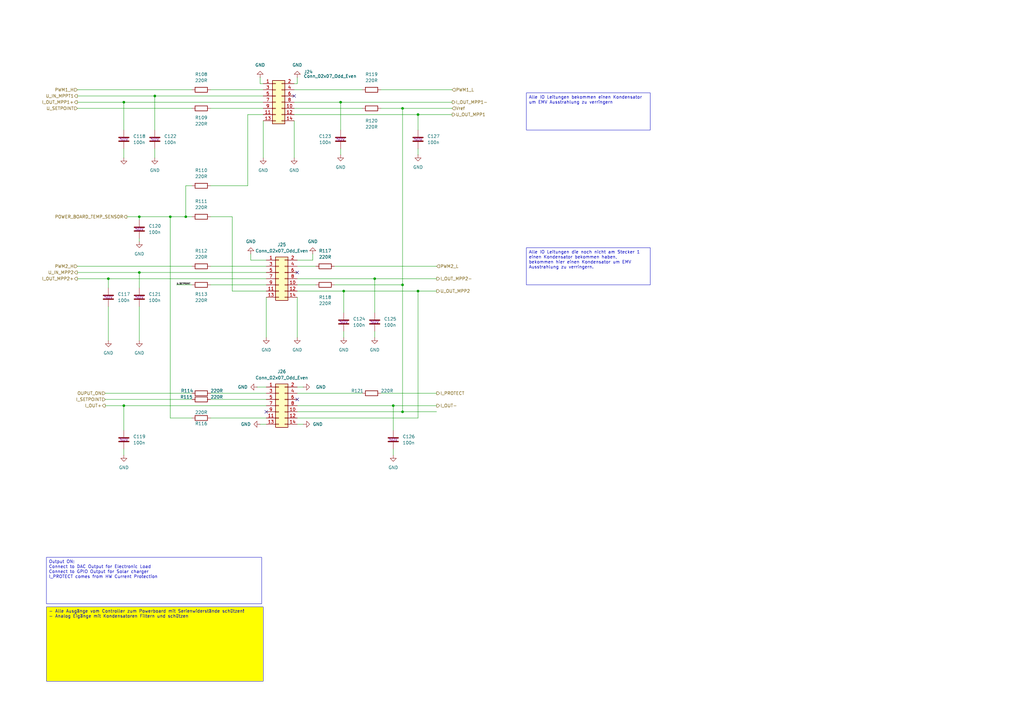
<source format=kicad_sch>
(kicad_sch
	(version 20231120)
	(generator "eeschema")
	(generator_version "8.0")
	(uuid "ce713879-9c83-4ae7-b91c-5a32c65087f7")
	(paper "A3")
	(lib_symbols
		(symbol "Connector_Generic:Conn_02x07_Odd_Even"
			(pin_names
				(offset 1.016) hide)
			(exclude_from_sim no)
			(in_bom yes)
			(on_board yes)
			(property "Reference" "J"
				(at 1.27 10.16 0)
				(effects
					(font
						(size 1.27 1.27)
					)
				)
			)
			(property "Value" "Conn_02x07_Odd_Even"
				(at 1.27 -10.16 0)
				(effects
					(font
						(size 1.27 1.27)
					)
				)
			)
			(property "Footprint" ""
				(at 0 0 0)
				(effects
					(font
						(size 1.27 1.27)
					)
					(hide yes)
				)
			)
			(property "Datasheet" "~"
				(at 0 0 0)
				(effects
					(font
						(size 1.27 1.27)
					)
					(hide yes)
				)
			)
			(property "Description" "Generic connector, double row, 02x07, odd/even pin numbering scheme (row 1 odd numbers, row 2 even numbers), script generated (kicad-library-utils/schlib/autogen/connector/)"
				(at 0 0 0)
				(effects
					(font
						(size 1.27 1.27)
					)
					(hide yes)
				)
			)
			(property "ki_keywords" "connector"
				(at 0 0 0)
				(effects
					(font
						(size 1.27 1.27)
					)
					(hide yes)
				)
			)
			(property "ki_fp_filters" "Connector*:*_2x??_*"
				(at 0 0 0)
				(effects
					(font
						(size 1.27 1.27)
					)
					(hide yes)
				)
			)
			(symbol "Conn_02x07_Odd_Even_1_1"
				(rectangle
					(start -1.27 -7.493)
					(end 0 -7.747)
					(stroke
						(width 0.1524)
						(type default)
					)
					(fill
						(type none)
					)
				)
				(rectangle
					(start -1.27 -4.953)
					(end 0 -5.207)
					(stroke
						(width 0.1524)
						(type default)
					)
					(fill
						(type none)
					)
				)
				(rectangle
					(start -1.27 -2.413)
					(end 0 -2.667)
					(stroke
						(width 0.1524)
						(type default)
					)
					(fill
						(type none)
					)
				)
				(rectangle
					(start -1.27 0.127)
					(end 0 -0.127)
					(stroke
						(width 0.1524)
						(type default)
					)
					(fill
						(type none)
					)
				)
				(rectangle
					(start -1.27 2.667)
					(end 0 2.413)
					(stroke
						(width 0.1524)
						(type default)
					)
					(fill
						(type none)
					)
				)
				(rectangle
					(start -1.27 5.207)
					(end 0 4.953)
					(stroke
						(width 0.1524)
						(type default)
					)
					(fill
						(type none)
					)
				)
				(rectangle
					(start -1.27 7.747)
					(end 0 7.493)
					(stroke
						(width 0.1524)
						(type default)
					)
					(fill
						(type none)
					)
				)
				(rectangle
					(start -1.27 8.89)
					(end 3.81 -8.89)
					(stroke
						(width 0.254)
						(type default)
					)
					(fill
						(type background)
					)
				)
				(rectangle
					(start 3.81 -7.493)
					(end 2.54 -7.747)
					(stroke
						(width 0.1524)
						(type default)
					)
					(fill
						(type none)
					)
				)
				(rectangle
					(start 3.81 -4.953)
					(end 2.54 -5.207)
					(stroke
						(width 0.1524)
						(type default)
					)
					(fill
						(type none)
					)
				)
				(rectangle
					(start 3.81 -2.413)
					(end 2.54 -2.667)
					(stroke
						(width 0.1524)
						(type default)
					)
					(fill
						(type none)
					)
				)
				(rectangle
					(start 3.81 0.127)
					(end 2.54 -0.127)
					(stroke
						(width 0.1524)
						(type default)
					)
					(fill
						(type none)
					)
				)
				(rectangle
					(start 3.81 2.667)
					(end 2.54 2.413)
					(stroke
						(width 0.1524)
						(type default)
					)
					(fill
						(type none)
					)
				)
				(rectangle
					(start 3.81 5.207)
					(end 2.54 4.953)
					(stroke
						(width 0.1524)
						(type default)
					)
					(fill
						(type none)
					)
				)
				(rectangle
					(start 3.81 7.747)
					(end 2.54 7.493)
					(stroke
						(width 0.1524)
						(type default)
					)
					(fill
						(type none)
					)
				)
				(pin passive line
					(at -5.08 7.62 0)
					(length 3.81)
					(name "Pin_1"
						(effects
							(font
								(size 1.27 1.27)
							)
						)
					)
					(number "1"
						(effects
							(font
								(size 1.27 1.27)
							)
						)
					)
				)
				(pin passive line
					(at 7.62 -2.54 180)
					(length 3.81)
					(name "Pin_10"
						(effects
							(font
								(size 1.27 1.27)
							)
						)
					)
					(number "10"
						(effects
							(font
								(size 1.27 1.27)
							)
						)
					)
				)
				(pin passive line
					(at -5.08 -5.08 0)
					(length 3.81)
					(name "Pin_11"
						(effects
							(font
								(size 1.27 1.27)
							)
						)
					)
					(number "11"
						(effects
							(font
								(size 1.27 1.27)
							)
						)
					)
				)
				(pin passive line
					(at 7.62 -5.08 180)
					(length 3.81)
					(name "Pin_12"
						(effects
							(font
								(size 1.27 1.27)
							)
						)
					)
					(number "12"
						(effects
							(font
								(size 1.27 1.27)
							)
						)
					)
				)
				(pin passive line
					(at -5.08 -7.62 0)
					(length 3.81)
					(name "Pin_13"
						(effects
							(font
								(size 1.27 1.27)
							)
						)
					)
					(number "13"
						(effects
							(font
								(size 1.27 1.27)
							)
						)
					)
				)
				(pin passive line
					(at 7.62 -7.62 180)
					(length 3.81)
					(name "Pin_14"
						(effects
							(font
								(size 1.27 1.27)
							)
						)
					)
					(number "14"
						(effects
							(font
								(size 1.27 1.27)
							)
						)
					)
				)
				(pin passive line
					(at 7.62 7.62 180)
					(length 3.81)
					(name "Pin_2"
						(effects
							(font
								(size 1.27 1.27)
							)
						)
					)
					(number "2"
						(effects
							(font
								(size 1.27 1.27)
							)
						)
					)
				)
				(pin passive line
					(at -5.08 5.08 0)
					(length 3.81)
					(name "Pin_3"
						(effects
							(font
								(size 1.27 1.27)
							)
						)
					)
					(number "3"
						(effects
							(font
								(size 1.27 1.27)
							)
						)
					)
				)
				(pin passive line
					(at 7.62 5.08 180)
					(length 3.81)
					(name "Pin_4"
						(effects
							(font
								(size 1.27 1.27)
							)
						)
					)
					(number "4"
						(effects
							(font
								(size 1.27 1.27)
							)
						)
					)
				)
				(pin passive line
					(at -5.08 2.54 0)
					(length 3.81)
					(name "Pin_5"
						(effects
							(font
								(size 1.27 1.27)
							)
						)
					)
					(number "5"
						(effects
							(font
								(size 1.27 1.27)
							)
						)
					)
				)
				(pin passive line
					(at 7.62 2.54 180)
					(length 3.81)
					(name "Pin_6"
						(effects
							(font
								(size 1.27 1.27)
							)
						)
					)
					(number "6"
						(effects
							(font
								(size 1.27 1.27)
							)
						)
					)
				)
				(pin passive line
					(at -5.08 0 0)
					(length 3.81)
					(name "Pin_7"
						(effects
							(font
								(size 1.27 1.27)
							)
						)
					)
					(number "7"
						(effects
							(font
								(size 1.27 1.27)
							)
						)
					)
				)
				(pin passive line
					(at 7.62 0 180)
					(length 3.81)
					(name "Pin_8"
						(effects
							(font
								(size 1.27 1.27)
							)
						)
					)
					(number "8"
						(effects
							(font
								(size 1.27 1.27)
							)
						)
					)
				)
				(pin passive line
					(at -5.08 -2.54 0)
					(length 3.81)
					(name "Pin_9"
						(effects
							(font
								(size 1.27 1.27)
							)
						)
					)
					(number "9"
						(effects
							(font
								(size 1.27 1.27)
							)
						)
					)
				)
			)
		)
		(symbol "Device:C"
			(pin_numbers hide)
			(pin_names
				(offset 0.254)
			)
			(exclude_from_sim no)
			(in_bom yes)
			(on_board yes)
			(property "Reference" "C"
				(at 0.635 2.54 0)
				(effects
					(font
						(size 1.27 1.27)
					)
					(justify left)
				)
			)
			(property "Value" "C"
				(at 0.635 -2.54 0)
				(effects
					(font
						(size 1.27 1.27)
					)
					(justify left)
				)
			)
			(property "Footprint" ""
				(at 0.9652 -3.81 0)
				(effects
					(font
						(size 1.27 1.27)
					)
					(hide yes)
				)
			)
			(property "Datasheet" "~"
				(at 0 0 0)
				(effects
					(font
						(size 1.27 1.27)
					)
					(hide yes)
				)
			)
			(property "Description" "Unpolarized capacitor"
				(at 0 0 0)
				(effects
					(font
						(size 1.27 1.27)
					)
					(hide yes)
				)
			)
			(property "ki_keywords" "cap capacitor"
				(at 0 0 0)
				(effects
					(font
						(size 1.27 1.27)
					)
					(hide yes)
				)
			)
			(property "ki_fp_filters" "C_*"
				(at 0 0 0)
				(effects
					(font
						(size 1.27 1.27)
					)
					(hide yes)
				)
			)
			(symbol "C_0_1"
				(polyline
					(pts
						(xy -2.032 -0.762) (xy 2.032 -0.762)
					)
					(stroke
						(width 0.508)
						(type default)
					)
					(fill
						(type none)
					)
				)
				(polyline
					(pts
						(xy -2.032 0.762) (xy 2.032 0.762)
					)
					(stroke
						(width 0.508)
						(type default)
					)
					(fill
						(type none)
					)
				)
			)
			(symbol "C_1_1"
				(pin passive line
					(at 0 3.81 270)
					(length 2.794)
					(name "~"
						(effects
							(font
								(size 1.27 1.27)
							)
						)
					)
					(number "1"
						(effects
							(font
								(size 1.27 1.27)
							)
						)
					)
				)
				(pin passive line
					(at 0 -3.81 90)
					(length 2.794)
					(name "~"
						(effects
							(font
								(size 1.27 1.27)
							)
						)
					)
					(number "2"
						(effects
							(font
								(size 1.27 1.27)
							)
						)
					)
				)
			)
		)
		(symbol "Device:R"
			(pin_numbers hide)
			(pin_names
				(offset 0)
			)
			(exclude_from_sim no)
			(in_bom yes)
			(on_board yes)
			(property "Reference" "R"
				(at 2.032 0 90)
				(effects
					(font
						(size 1.27 1.27)
					)
				)
			)
			(property "Value" "R"
				(at 0 0 90)
				(effects
					(font
						(size 1.27 1.27)
					)
				)
			)
			(property "Footprint" ""
				(at -1.778 0 90)
				(effects
					(font
						(size 1.27 1.27)
					)
					(hide yes)
				)
			)
			(property "Datasheet" "~"
				(at 0 0 0)
				(effects
					(font
						(size 1.27 1.27)
					)
					(hide yes)
				)
			)
			(property "Description" "Resistor"
				(at 0 0 0)
				(effects
					(font
						(size 1.27 1.27)
					)
					(hide yes)
				)
			)
			(property "ki_keywords" "R res resistor"
				(at 0 0 0)
				(effects
					(font
						(size 1.27 1.27)
					)
					(hide yes)
				)
			)
			(property "ki_fp_filters" "R_*"
				(at 0 0 0)
				(effects
					(font
						(size 1.27 1.27)
					)
					(hide yes)
				)
			)
			(symbol "R_0_1"
				(rectangle
					(start -1.016 -2.54)
					(end 1.016 2.54)
					(stroke
						(width 0.254)
						(type default)
					)
					(fill
						(type none)
					)
				)
			)
			(symbol "R_1_1"
				(pin passive line
					(at 0 3.81 270)
					(length 1.27)
					(name "~"
						(effects
							(font
								(size 1.27 1.27)
							)
						)
					)
					(number "1"
						(effects
							(font
								(size 1.27 1.27)
							)
						)
					)
				)
				(pin passive line
					(at 0 -3.81 90)
					(length 1.27)
					(name "~"
						(effects
							(font
								(size 1.27 1.27)
							)
						)
					)
					(number "2"
						(effects
							(font
								(size 1.27 1.27)
							)
						)
					)
				)
			)
		)
		(symbol "power:GND"
			(power)
			(pin_numbers hide)
			(pin_names
				(offset 0) hide)
			(exclude_from_sim no)
			(in_bom yes)
			(on_board yes)
			(property "Reference" "#PWR"
				(at 0 -6.35 0)
				(effects
					(font
						(size 1.27 1.27)
					)
					(hide yes)
				)
			)
			(property "Value" "GND"
				(at 0 -3.81 0)
				(effects
					(font
						(size 1.27 1.27)
					)
				)
			)
			(property "Footprint" ""
				(at 0 0 0)
				(effects
					(font
						(size 1.27 1.27)
					)
					(hide yes)
				)
			)
			(property "Datasheet" ""
				(at 0 0 0)
				(effects
					(font
						(size 1.27 1.27)
					)
					(hide yes)
				)
			)
			(property "Description" "Power symbol creates a global label with name \"GND\" , ground"
				(at 0 0 0)
				(effects
					(font
						(size 1.27 1.27)
					)
					(hide yes)
				)
			)
			(property "ki_keywords" "global power"
				(at 0 0 0)
				(effects
					(font
						(size 1.27 1.27)
					)
					(hide yes)
				)
			)
			(symbol "GND_0_1"
				(polyline
					(pts
						(xy 0 0) (xy 0 -1.27) (xy 1.27 -1.27) (xy 0 -2.54) (xy -1.27 -1.27) (xy 0 -1.27)
					)
					(stroke
						(width 0)
						(type default)
					)
					(fill
						(type none)
					)
				)
			)
			(symbol "GND_1_1"
				(pin power_in line
					(at 0 0 270)
					(length 0)
					(name "~"
						(effects
							(font
								(size 1.27 1.27)
							)
						)
					)
					(number "1"
						(effects
							(font
								(size 1.27 1.27)
							)
						)
					)
				)
			)
		)
	)
	(junction
		(at 171.45 119.38)
		(diameter 0)
		(color 0 0 0 0)
		(uuid "0391f223-01f8-461c-9bfc-847f2a39889c")
	)
	(junction
		(at 139.7 41.91)
		(diameter 0)
		(color 0 0 0 0)
		(uuid "13898c69-5acb-430d-8ca0-fb046f41ad0b")
	)
	(junction
		(at 69.85 88.9)
		(diameter 0)
		(color 0 0 0 0)
		(uuid "1be36064-97bd-4466-a3be-e306770e978d")
	)
	(junction
		(at 50.8 41.91)
		(diameter 0)
		(color 0 0 0 0)
		(uuid "21981d1a-45ac-4942-a27b-7fad3ebe44f2")
	)
	(junction
		(at 76.2 88.9)
		(diameter 0)
		(color 0 0 0 0)
		(uuid "2a20bab5-71d6-48a7-85d7-b702b9414569")
	)
	(junction
		(at 165.1 168.91)
		(diameter 0)
		(color 0 0 0 0)
		(uuid "4aaa4b2c-75b2-4e3f-b549-8b8cc328b19e")
	)
	(junction
		(at 50.8 166.37)
		(diameter 0)
		(color 0 0 0 0)
		(uuid "5259eedf-4eb9-489b-aba2-08e7541df7b9")
	)
	(junction
		(at 44.45 114.3)
		(diameter 0)
		(color 0 0 0 0)
		(uuid "53286e22-7bba-406f-b5a8-f26b0c436756")
	)
	(junction
		(at 165.1 44.45)
		(diameter 0)
		(color 0 0 0 0)
		(uuid "5da59cd6-f94d-4ecd-b8a4-4630742ce3f8")
	)
	(junction
		(at 57.15 88.9)
		(diameter 0)
		(color 0 0 0 0)
		(uuid "80aefe1f-ec22-455e-9c7d-62da57b9891b")
	)
	(junction
		(at 161.29 166.37)
		(diameter 0)
		(color 0 0 0 0)
		(uuid "a345eefa-600e-4f7e-b5c9-9dd53902ee89")
	)
	(junction
		(at 171.45 46.99)
		(diameter 0)
		(color 0 0 0 0)
		(uuid "adac0c7d-2ccb-4a6a-b878-83d9bd97494e")
	)
	(junction
		(at 140.97 119.38)
		(diameter 0)
		(color 0 0 0 0)
		(uuid "af9de704-0947-44b2-a594-9e7ce0be3407")
	)
	(junction
		(at 57.15 111.76)
		(diameter 0)
		(color 0 0 0 0)
		(uuid "cdc88448-26f8-484d-8f8a-5e3cc1fe163f")
	)
	(junction
		(at 153.67 114.3)
		(diameter 0)
		(color 0 0 0 0)
		(uuid "d81ec61c-e0cd-45de-8179-f868769fc549")
	)
	(junction
		(at 63.5 39.37)
		(diameter 0)
		(color 0 0 0 0)
		(uuid "e17c1e73-6044-4f74-af71-9df2833a5e4b")
	)
	(junction
		(at 165.1 116.84)
		(diameter 0)
		(color 0 0 0 0)
		(uuid "e6daaee3-5eba-4374-a38c-2b6a2a6504bb")
	)
	(no_connect
		(at 120.65 39.37)
		(uuid "15ad1c0f-2b9a-4b03-8bb8-6acb9b36fb7f")
	)
	(no_connect
		(at 109.22 168.91)
		(uuid "6023f644-d0e1-49c5-ad14-cb126f2cb70a")
	)
	(no_connect
		(at 121.92 163.83)
		(uuid "861c828b-1f79-4c38-98a3-28ebf0aa86c9")
	)
	(no_connect
		(at 121.92 111.76)
		(uuid "c9174278-9b08-4140-89f5-6e7c3f5e578d")
	)
	(wire
		(pts
			(xy 76.2 88.9) (xy 78.74 88.9)
		)
		(stroke
			(width 0)
			(type default)
		)
		(uuid "03f0557d-2c9c-46a8-af70-5a412196447e")
	)
	(wire
		(pts
			(xy 128.27 106.68) (xy 128.27 104.14)
		)
		(stroke
			(width 0)
			(type default)
		)
		(uuid "052a85d0-2fe8-4a39-b9e0-251f91daf7e2")
	)
	(wire
		(pts
			(xy 156.21 161.29) (xy 179.07 161.29)
		)
		(stroke
			(width 0)
			(type default)
		)
		(uuid "0627fa3f-a2ed-4577-9278-4382ec72fdd7")
	)
	(wire
		(pts
			(xy 139.7 41.91) (xy 185.42 41.91)
		)
		(stroke
			(width 0)
			(type default)
		)
		(uuid "070b07c7-9da9-4f70-8b8d-87974c1c74a7")
	)
	(wire
		(pts
			(xy 171.45 46.99) (xy 171.45 53.34)
		)
		(stroke
			(width 0)
			(type default)
		)
		(uuid "09777bd1-ed97-4a91-9813-cd13afac454c")
	)
	(wire
		(pts
			(xy 50.8 41.91) (xy 50.8 53.34)
		)
		(stroke
			(width 0)
			(type default)
		)
		(uuid "0bb93f08-025a-43ba-8f28-8abcf49dee0a")
	)
	(wire
		(pts
			(xy 50.8 166.37) (xy 109.22 166.37)
		)
		(stroke
			(width 0)
			(type default)
		)
		(uuid "12b60a96-1fba-4df9-abdc-7441466902f0")
	)
	(wire
		(pts
			(xy 86.36 163.83) (xy 109.22 163.83)
		)
		(stroke
			(width 0)
			(type default)
		)
		(uuid "133cb4d8-078f-4d70-a3fa-3393b25f5d2f")
	)
	(wire
		(pts
			(xy 63.5 39.37) (xy 107.95 39.37)
		)
		(stroke
			(width 0)
			(type default)
		)
		(uuid "15d0072a-c402-4b68-bc2c-e815ba99773b")
	)
	(wire
		(pts
			(xy 78.74 171.45) (xy 69.85 171.45)
		)
		(stroke
			(width 0)
			(type default)
		)
		(uuid "183db530-4a5c-41d9-abcb-b1c3a852dc53")
	)
	(wire
		(pts
			(xy 31.75 41.91) (xy 50.8 41.91)
		)
		(stroke
			(width 0)
			(type default)
		)
		(uuid "1e697bfe-6186-4890-944f-d0bda0c2e228")
	)
	(wire
		(pts
			(xy 44.45 114.3) (xy 109.22 114.3)
		)
		(stroke
			(width 0)
			(type default)
		)
		(uuid "1fe24119-ce23-47ab-ba0b-f0447a5a2866")
	)
	(wire
		(pts
			(xy 165.1 44.45) (xy 185.42 44.45)
		)
		(stroke
			(width 0)
			(type default)
		)
		(uuid "2004e044-8656-4890-9334-620b74e36e05")
	)
	(wire
		(pts
			(xy 140.97 119.38) (xy 140.97 128.27)
		)
		(stroke
			(width 0)
			(type default)
		)
		(uuid "22f4911a-7320-43f4-8a8b-01c66bd43ad2")
	)
	(wire
		(pts
			(xy 86.36 76.2) (xy 101.6 76.2)
		)
		(stroke
			(width 0)
			(type default)
		)
		(uuid "26b0f996-0aae-45fc-9ed9-f90838db53fe")
	)
	(wire
		(pts
			(xy 165.1 116.84) (xy 165.1 168.91)
		)
		(stroke
			(width 0)
			(type default)
		)
		(uuid "27145895-ab0f-4dd0-beea-bc4056675cbc")
	)
	(wire
		(pts
			(xy 153.67 114.3) (xy 153.67 128.27)
		)
		(stroke
			(width 0)
			(type default)
		)
		(uuid "272210c1-21d2-46b3-89fc-683248dbbec0")
	)
	(wire
		(pts
			(xy 153.67 135.89) (xy 153.67 138.43)
		)
		(stroke
			(width 0)
			(type default)
		)
		(uuid "285cce94-57c6-462d-81f5-399089bea9c4")
	)
	(wire
		(pts
			(xy 139.7 41.91) (xy 139.7 53.34)
		)
		(stroke
			(width 0)
			(type default)
		)
		(uuid "291d28c3-bf99-4f88-a8b3-1975739e5488")
	)
	(wire
		(pts
			(xy 57.15 111.76) (xy 57.15 118.11)
		)
		(stroke
			(width 0)
			(type default)
		)
		(uuid "2a44dd3b-9b8d-4814-8277-5e406a34ab72")
	)
	(wire
		(pts
			(xy 43.18 163.83) (xy 78.74 163.83)
		)
		(stroke
			(width 0)
			(type default)
		)
		(uuid "2a78678d-0181-4864-ab63-96d5658b28e0")
	)
	(wire
		(pts
			(xy 102.87 104.14) (xy 102.87 106.68)
		)
		(stroke
			(width 0)
			(type default)
		)
		(uuid "2c691186-c549-4dc6-b5df-7d874088a6f9")
	)
	(wire
		(pts
			(xy 43.18 166.37) (xy 50.8 166.37)
		)
		(stroke
			(width 0)
			(type default)
		)
		(uuid "2eed90ce-ad73-4619-8ccb-02472d139343")
	)
	(wire
		(pts
			(xy 121.92 158.75) (xy 124.46 158.75)
		)
		(stroke
			(width 0)
			(type default)
		)
		(uuid "2f7cca89-de01-4d48-92c2-9315e1090bd8")
	)
	(wire
		(pts
			(xy 137.16 116.84) (xy 165.1 116.84)
		)
		(stroke
			(width 0)
			(type default)
		)
		(uuid "3341447f-d9b8-4bd1-bb72-03b3670b0a2e")
	)
	(wire
		(pts
			(xy 69.85 88.9) (xy 57.15 88.9)
		)
		(stroke
			(width 0)
			(type default)
		)
		(uuid "37d1e182-6e3d-4d6f-bc69-4b6c4a6a40e4")
	)
	(wire
		(pts
			(xy 161.29 166.37) (xy 179.07 166.37)
		)
		(stroke
			(width 0)
			(type default)
		)
		(uuid "39cec9d3-5a23-4ec4-8d4a-cfed171f13c5")
	)
	(wire
		(pts
			(xy 107.95 49.53) (xy 107.95 64.77)
		)
		(stroke
			(width 0)
			(type default)
		)
		(uuid "3a719472-395b-4ff2-8ff7-53d2b575af5b")
	)
	(wire
		(pts
			(xy 102.87 106.68) (xy 109.22 106.68)
		)
		(stroke
			(width 0)
			(type default)
		)
		(uuid "3c98e06f-636c-40c5-bd61-ab65799f1035")
	)
	(wire
		(pts
			(xy 31.75 114.3) (xy 44.45 114.3)
		)
		(stroke
			(width 0)
			(type default)
		)
		(uuid "3cbcfdc8-e551-4b1a-9863-a26cae8483d9")
	)
	(wire
		(pts
			(xy 105.41 158.75) (xy 109.22 158.75)
		)
		(stroke
			(width 0)
			(type default)
		)
		(uuid "3ee306c5-7906-4edb-af05-eda3bd93fd79")
	)
	(wire
		(pts
			(xy 171.45 46.99) (xy 185.42 46.99)
		)
		(stroke
			(width 0)
			(type default)
		)
		(uuid "3f73b9ad-96f4-431b-8a35-bd2cccf6fd51")
	)
	(wire
		(pts
			(xy 120.65 46.99) (xy 171.45 46.99)
		)
		(stroke
			(width 0)
			(type default)
		)
		(uuid "3fd0e495-08dc-467a-bb54-9eecec936dc5")
	)
	(wire
		(pts
			(xy 171.45 119.38) (xy 179.07 119.38)
		)
		(stroke
			(width 0)
			(type default)
		)
		(uuid "40d79dd6-481d-436e-815f-0afe62cf11fc")
	)
	(wire
		(pts
			(xy 121.92 121.92) (xy 121.92 138.43)
		)
		(stroke
			(width 0)
			(type default)
		)
		(uuid "415f03e8-8174-40e8-ac3f-e2ad6bfdf40e")
	)
	(wire
		(pts
			(xy 161.29 184.15) (xy 161.29 186.69)
		)
		(stroke
			(width 0)
			(type default)
		)
		(uuid "43a57a19-7cdf-4976-bb6c-a66b9a0d71d3")
	)
	(wire
		(pts
			(xy 52.07 88.9) (xy 57.15 88.9)
		)
		(stroke
			(width 0)
			(type default)
		)
		(uuid "4508d0b5-530a-4ed7-9e5b-a2102d5c6ae9")
	)
	(wire
		(pts
			(xy 139.7 60.96) (xy 139.7 63.5)
		)
		(stroke
			(width 0)
			(type default)
		)
		(uuid "482197aa-d1e9-488f-93f8-2aa56be83deb")
	)
	(wire
		(pts
			(xy 171.45 119.38) (xy 171.45 171.45)
		)
		(stroke
			(width 0)
			(type default)
		)
		(uuid "4a6af2ff-61fb-433a-8962-22b684ad06f4")
	)
	(wire
		(pts
			(xy 121.92 173.99) (xy 124.46 173.99)
		)
		(stroke
			(width 0)
			(type default)
		)
		(uuid "516f64e9-017f-4097-849e-3fe57872e24e")
	)
	(wire
		(pts
			(xy 121.92 171.45) (xy 171.45 171.45)
		)
		(stroke
			(width 0)
			(type default)
		)
		(uuid "53d63e1b-4e11-414c-84f6-290536062ea2")
	)
	(wire
		(pts
			(xy 121.92 106.68) (xy 128.27 106.68)
		)
		(stroke
			(width 0)
			(type default)
		)
		(uuid "5691165c-97d7-45c9-aa1e-8cbc7f8e7a97")
	)
	(wire
		(pts
			(xy 86.36 116.84) (xy 109.22 116.84)
		)
		(stroke
			(width 0)
			(type default)
		)
		(uuid "58122ca0-5390-447f-9823-481f1392a616")
	)
	(wire
		(pts
			(xy 69.85 88.9) (xy 69.85 171.45)
		)
		(stroke
			(width 0)
			(type default)
		)
		(uuid "58de6c1e-ee1c-4265-92db-f910059a47bd")
	)
	(wire
		(pts
			(xy 50.8 166.37) (xy 50.8 176.53)
		)
		(stroke
			(width 0)
			(type default)
		)
		(uuid "5f4bfc68-1e06-4318-a2bb-5b19521578e0")
	)
	(wire
		(pts
			(xy 63.5 60.96) (xy 63.5 64.77)
		)
		(stroke
			(width 0)
			(type default)
		)
		(uuid "60165958-09ff-4e52-a5f7-f5371b563ebb")
	)
	(wire
		(pts
			(xy 31.75 39.37) (xy 63.5 39.37)
		)
		(stroke
			(width 0)
			(type default)
		)
		(uuid "60efd595-2460-4087-9a81-5228c88be8d4")
	)
	(wire
		(pts
			(xy 50.8 41.91) (xy 107.95 41.91)
		)
		(stroke
			(width 0)
			(type default)
		)
		(uuid "610b4edf-1ac4-4df9-9849-d6d9cd986f8d")
	)
	(wire
		(pts
			(xy 76.2 76.2) (xy 76.2 88.9)
		)
		(stroke
			(width 0)
			(type default)
		)
		(uuid "621e1f8d-b705-414b-a304-46ce59a34a6e")
	)
	(wire
		(pts
			(xy 107.95 46.99) (xy 101.6 46.99)
		)
		(stroke
			(width 0)
			(type default)
		)
		(uuid "62a1a49c-645e-47ed-ae52-385f043df8c8")
	)
	(wire
		(pts
			(xy 95.25 119.38) (xy 109.22 119.38)
		)
		(stroke
			(width 0)
			(type default)
		)
		(uuid "63f32efa-eb2a-452b-a848-6dd2df475ce7")
	)
	(wire
		(pts
			(xy 161.29 166.37) (xy 161.29 176.53)
		)
		(stroke
			(width 0)
			(type default)
		)
		(uuid "64d8f1aa-0781-4806-99c0-49fbd5ae5b30")
	)
	(wire
		(pts
			(xy 95.25 119.38) (xy 95.25 88.9)
		)
		(stroke
			(width 0)
			(type default)
		)
		(uuid "673e3ffb-ae00-41e3-9135-acbe15797ffe")
	)
	(wire
		(pts
			(xy 165.1 168.91) (xy 179.07 168.91)
		)
		(stroke
			(width 0)
			(type default)
		)
		(uuid "678b1ede-28da-48f3-a726-800f64166b35")
	)
	(wire
		(pts
			(xy 31.75 44.45) (xy 78.74 44.45)
		)
		(stroke
			(width 0)
			(type default)
		)
		(uuid "68e18d4f-4981-4b21-a759-175d238564a4")
	)
	(wire
		(pts
			(xy 140.97 119.38) (xy 171.45 119.38)
		)
		(stroke
			(width 0)
			(type default)
		)
		(uuid "6bf3b189-5ec9-4325-89fc-709a435739e2")
	)
	(wire
		(pts
			(xy 50.8 60.96) (xy 50.8 64.77)
		)
		(stroke
			(width 0)
			(type default)
		)
		(uuid "6d202816-c059-43fc-9c64-5a1fecc20825")
	)
	(wire
		(pts
			(xy 57.15 111.76) (xy 109.22 111.76)
		)
		(stroke
			(width 0)
			(type default)
		)
		(uuid "6e9d7aaf-b576-4c49-a892-a991d0b9bb05")
	)
	(wire
		(pts
			(xy 72.39 116.84) (xy 78.74 116.84)
		)
		(stroke
			(width 0)
			(type default)
		)
		(uuid "6f9512b0-aa59-45f8-b26b-0782d32e7a45")
	)
	(wire
		(pts
			(xy 121.92 161.29) (xy 148.59 161.29)
		)
		(stroke
			(width 0)
			(type default)
		)
		(uuid "778ad46e-2ab0-4d28-82a8-71cbe48db2a3")
	)
	(wire
		(pts
			(xy 156.21 44.45) (xy 165.1 44.45)
		)
		(stroke
			(width 0)
			(type default)
		)
		(uuid "79480214-6e51-44de-ad08-da67452f4e04")
	)
	(wire
		(pts
			(xy 165.1 44.45) (xy 165.1 116.84)
		)
		(stroke
			(width 0)
			(type default)
		)
		(uuid "7af3fe2e-9862-4803-a576-b8299d883ad2")
	)
	(wire
		(pts
			(xy 137.16 109.22) (xy 179.07 109.22)
		)
		(stroke
			(width 0)
			(type default)
		)
		(uuid "7cc7a9d8-6a22-4bd1-b9ae-8c26294c694b")
	)
	(wire
		(pts
			(xy 121.92 119.38) (xy 140.97 119.38)
		)
		(stroke
			(width 0)
			(type default)
		)
		(uuid "7fff2d3c-c47c-4bd1-a9e0-b3b87b4336ce")
	)
	(wire
		(pts
			(xy 106.68 173.99) (xy 109.22 173.99)
		)
		(stroke
			(width 0)
			(type default)
		)
		(uuid "80f07a44-94a1-46f5-bd4f-cd95e20376d9")
	)
	(wire
		(pts
			(xy 44.45 114.3) (xy 44.45 118.11)
		)
		(stroke
			(width 0)
			(type default)
		)
		(uuid "81bcb097-4c32-48a8-8a3d-25e0aa93ea1c")
	)
	(wire
		(pts
			(xy 101.6 76.2) (xy 101.6 46.99)
		)
		(stroke
			(width 0)
			(type default)
		)
		(uuid "823d6aaf-bc4e-4b03-a3b4-470e9daab764")
	)
	(wire
		(pts
			(xy 86.36 36.83) (xy 107.95 36.83)
		)
		(stroke
			(width 0)
			(type default)
		)
		(uuid "845c68de-87e5-45c0-a825-d6b9afe6be39")
	)
	(wire
		(pts
			(xy 86.36 171.45) (xy 109.22 171.45)
		)
		(stroke
			(width 0)
			(type default)
		)
		(uuid "8879b4c8-ad53-4bbb-9984-9c32726f9939")
	)
	(wire
		(pts
			(xy 86.36 161.29) (xy 109.22 161.29)
		)
		(stroke
			(width 0)
			(type default)
		)
		(uuid "8bc37e36-8134-49bb-87fd-5e43f95eaeb0")
	)
	(wire
		(pts
			(xy 121.92 114.3) (xy 153.67 114.3)
		)
		(stroke
			(width 0)
			(type default)
		)
		(uuid "9356cd1a-080d-4ecc-9e16-0933b9c82006")
	)
	(wire
		(pts
			(xy 31.75 109.22) (xy 78.74 109.22)
		)
		(stroke
			(width 0)
			(type default)
		)
		(uuid "98ddb200-049e-43fc-b615-8ad43d178cae")
	)
	(wire
		(pts
			(xy 153.67 114.3) (xy 179.07 114.3)
		)
		(stroke
			(width 0)
			(type default)
		)
		(uuid "9d8098b6-31f9-4e3c-954b-eb438fc586aa")
	)
	(wire
		(pts
			(xy 95.25 88.9) (xy 86.36 88.9)
		)
		(stroke
			(width 0)
			(type default)
		)
		(uuid "9f06c02d-1bbc-48c6-979f-52d421633f5f")
	)
	(wire
		(pts
			(xy 109.22 121.92) (xy 109.22 138.43)
		)
		(stroke
			(width 0)
			(type default)
		)
		(uuid "a094c551-1c59-4f0e-b413-c8b798666b85")
	)
	(wire
		(pts
			(xy 121.92 34.29) (xy 121.92 31.75)
		)
		(stroke
			(width 0)
			(type default)
		)
		(uuid "a105370d-7661-4dbb-94fe-5612c8f76377")
	)
	(wire
		(pts
			(xy 106.68 31.75) (xy 106.68 34.29)
		)
		(stroke
			(width 0)
			(type default)
		)
		(uuid "a24524cd-734f-484c-9e73-81440e8c21da")
	)
	(wire
		(pts
			(xy 86.36 44.45) (xy 107.95 44.45)
		)
		(stroke
			(width 0)
			(type default)
		)
		(uuid "a2d4defc-4f1b-4f35-95a2-372e24adbb93")
	)
	(wire
		(pts
			(xy 120.65 36.83) (xy 148.59 36.83)
		)
		(stroke
			(width 0)
			(type default)
		)
		(uuid "a3e1416d-1f0a-45bb-aa07-ec776fd1a211")
	)
	(wire
		(pts
			(xy 106.68 34.29) (xy 107.95 34.29)
		)
		(stroke
			(width 0)
			(type default)
		)
		(uuid "a6ff196e-c3c2-4b18-939d-f0993df27420")
	)
	(wire
		(pts
			(xy 120.65 34.29) (xy 121.92 34.29)
		)
		(stroke
			(width 0)
			(type default)
		)
		(uuid "a9488306-da64-43f4-953e-ef8060b37e72")
	)
	(wire
		(pts
			(xy 121.92 116.84) (xy 129.54 116.84)
		)
		(stroke
			(width 0)
			(type default)
		)
		(uuid "a9aabc25-75a8-4925-a911-456a0bc33f2c")
	)
	(wire
		(pts
			(xy 120.65 49.53) (xy 120.65 64.77)
		)
		(stroke
			(width 0)
			(type default)
		)
		(uuid "ac753a1e-5b90-4a6d-8eba-5a5b1f3933fb")
	)
	(wire
		(pts
			(xy 121.92 109.22) (xy 129.54 109.22)
		)
		(stroke
			(width 0)
			(type default)
		)
		(uuid "af454ca2-90be-4f0d-8947-89b82b987ab6")
	)
	(wire
		(pts
			(xy 50.8 184.15) (xy 50.8 186.69)
		)
		(stroke
			(width 0)
			(type default)
		)
		(uuid "af9e2a34-151c-46dd-92be-a30849c46c91")
	)
	(wire
		(pts
			(xy 86.36 109.22) (xy 109.22 109.22)
		)
		(stroke
			(width 0)
			(type default)
		)
		(uuid "afaf9dd3-ecf9-43e7-bde4-ec86d55574db")
	)
	(wire
		(pts
			(xy 63.5 39.37) (xy 63.5 53.34)
		)
		(stroke
			(width 0)
			(type default)
		)
		(uuid "b2b44eb6-e8cb-4d0f-bea1-547d45afd980")
	)
	(wire
		(pts
			(xy 140.97 135.89) (xy 140.97 138.43)
		)
		(stroke
			(width 0)
			(type default)
		)
		(uuid "bf0e1e05-5d0f-4558-acdb-f011877fc62d")
	)
	(wire
		(pts
			(xy 171.45 60.96) (xy 171.45 63.5)
		)
		(stroke
			(width 0)
			(type default)
		)
		(uuid "c162c3ee-f10d-40b7-9c1d-f7d3e3170d77")
	)
	(wire
		(pts
			(xy 57.15 90.17) (xy 57.15 88.9)
		)
		(stroke
			(width 0)
			(type default)
		)
		(uuid "c9045778-f2c2-491e-929a-e414d8c41f7b")
	)
	(wire
		(pts
			(xy 121.92 166.37) (xy 161.29 166.37)
		)
		(stroke
			(width 0)
			(type default)
		)
		(uuid "cc1a151f-830a-4b0f-866a-ed2bbb445ca5")
	)
	(wire
		(pts
			(xy 156.21 36.83) (xy 185.42 36.83)
		)
		(stroke
			(width 0)
			(type default)
		)
		(uuid "cc229e5f-9bc9-4e23-9ee3-c905bbeef67e")
	)
	(wire
		(pts
			(xy 43.18 161.29) (xy 78.74 161.29)
		)
		(stroke
			(width 0)
			(type default)
		)
		(uuid "d2260bdd-81fd-4f8e-85ed-e87a2171841c")
	)
	(wire
		(pts
			(xy 44.45 125.73) (xy 44.45 139.7)
		)
		(stroke
			(width 0)
			(type default)
		)
		(uuid "d29c72f8-69c2-4bb3-be68-222eee3382b8")
	)
	(wire
		(pts
			(xy 120.65 41.91) (xy 139.7 41.91)
		)
		(stroke
			(width 0)
			(type default)
		)
		(uuid "daaa0976-c143-483a-881c-38876054db00")
	)
	(wire
		(pts
			(xy 31.75 111.76) (xy 57.15 111.76)
		)
		(stroke
			(width 0)
			(type default)
		)
		(uuid "de818ac5-adc5-49ba-abc1-5e679d5feb1d")
	)
	(wire
		(pts
			(xy 57.15 125.73) (xy 57.15 139.7)
		)
		(stroke
			(width 0)
			(type default)
		)
		(uuid "e49d5b0b-5e07-45cd-b765-51d50083bcd1")
	)
	(wire
		(pts
			(xy 121.92 168.91) (xy 165.1 168.91)
		)
		(stroke
			(width 0)
			(type default)
		)
		(uuid "e94a63fe-942b-4f6c-bcf2-304e80aa761c")
	)
	(wire
		(pts
			(xy 76.2 88.9) (xy 69.85 88.9)
		)
		(stroke
			(width 0)
			(type default)
		)
		(uuid "ed251ec1-b5d1-4774-b64b-d05defc56269")
	)
	(wire
		(pts
			(xy 57.15 97.79) (xy 57.15 99.06)
		)
		(stroke
			(width 0)
			(type default)
		)
		(uuid "eda0109d-d309-4dac-9745-a17a222f06f4")
	)
	(wire
		(pts
			(xy 78.74 76.2) (xy 76.2 76.2)
		)
		(stroke
			(width 0)
			(type default)
		)
		(uuid "ee97a84a-1899-4dd9-ab31-c520827106b2")
	)
	(wire
		(pts
			(xy 120.65 44.45) (xy 148.59 44.45)
		)
		(stroke
			(width 0)
			(type default)
		)
		(uuid "f1b95a6f-667c-4602-8ea4-7b4752d5a15a")
	)
	(wire
		(pts
			(xy 31.75 36.83) (xy 78.74 36.83)
		)
		(stroke
			(width 0)
			(type default)
		)
		(uuid "f80a9044-2666-4832-86c3-4afeaad27045")
	)
	(text_box "Output ON:\nConnect to DAC Output for Electronic Load\nConnect to GPIO Output for Solar charger\nI_PROTECT comes from HW Current Protection\n"
		(exclude_from_sim no)
		(at 19.05 228.6 0)
		(size 88.265 19.05)
		(stroke
			(width 0)
			(type default)
		)
		(fill
			(type none)
		)
		(effects
			(font
				(size 1.27 1.27)
			)
			(justify left top)
		)
		(uuid "15723c17-cabb-498f-9e3d-f8103d21e04c")
	)
	(text_box "Alle IO Leitungen die noch nicht am Stecker 1 einen Kondensator bekommen haben,\nbekommen hier einen Kondensator um EMV Ausstrahlung zu verringern."
		(exclude_from_sim no)
		(at 215.9 101.6 0)
		(size 50.8 15.24)
		(stroke
			(width 0)
			(type default)
		)
		(fill
			(type none)
		)
		(effects
			(font
				(size 1.27 1.27)
			)
			(justify left top)
		)
		(uuid "a867f0a7-7340-4f44-8b02-2224806bacae")
	)
	(text_box "Alle IO Leitungen bekommen einen Kondensator um EMV Ausstrahlung zu verringern"
		(exclude_from_sim no)
		(at 215.9 38.1 0)
		(size 50.8 15.24)
		(stroke
			(width 0)
			(type default)
		)
		(fill
			(type none)
		)
		(effects
			(font
				(size 1.27 1.27)
			)
			(justify left top)
		)
		(uuid "d5e3c0c6-eaa9-4a21-b2cb-d7b3e9d3f93b")
	)
	(text_box "- Alle Ausgänge vom Controller zum Powerboard mit Serienwiderstände schützen!\n- Analog Eigänge mit Kondensatoren Filtern und schützen"
		(exclude_from_sim no)
		(at 19.05 248.92 0)
		(size 88.9 30.48)
		(stroke
			(width 0)
			(type default)
		)
		(fill
			(type color)
			(color 255 255 0 1)
		)
		(effects
			(font
				(size 1.27 1.27)
			)
			(justify left top)
		)
		(uuid "e76ea437-b7f8-4b8c-85e9-3c3f26cb50fb")
	)
	(label "U_SETPOINT"
		(at 72.39 116.84 0)
		(fields_autoplaced yes)
		(effects
			(font
				(size 0.635 0.635)
			)
			(justify left bottom)
		)
		(uuid "0cda0c03-8d87-4116-8a6f-601ab3d7a6ce")
	)
	(hierarchical_label "Vref"
		(shape input)
		(at 185.42 44.45 0)
		(fields_autoplaced yes)
		(effects
			(font
				(size 1.27 1.27)
			)
			(justify left)
		)
		(uuid "11022738-e450-4036-a3a2-2ed9204ccfd7")
	)
	(hierarchical_label "I_SETPOINT"
		(shape input)
		(at 43.18 163.83 180)
		(fields_autoplaced yes)
		(effects
			(font
				(size 1.27 1.27)
			)
			(justify right)
		)
		(uuid "2650ab2a-7845-4374-8cb9-5bd34a758532")
	)
	(hierarchical_label "U_IN_MPPT1"
		(shape output)
		(at 31.75 39.37 180)
		(fields_autoplaced yes)
		(effects
			(font
				(size 1.27 1.27)
			)
			(justify right)
		)
		(uuid "28b6af6c-bd2f-4763-827f-ea4b7e268e5a")
	)
	(hierarchical_label "I_OUT-"
		(shape output)
		(at 179.07 166.37 0)
		(fields_autoplaced yes)
		(effects
			(font
				(size 1.27 1.27)
			)
			(justify left)
		)
		(uuid "2ad9e4f0-e6b1-42ba-ba29-379479bf1393")
	)
	(hierarchical_label "I_OUT+"
		(shape output)
		(at 43.18 166.37 180)
		(fields_autoplaced yes)
		(effects
			(font
				(size 1.27 1.27)
			)
			(justify right)
		)
		(uuid "2b293d65-7e7d-4b90-adbd-f4d7fdb7e183")
	)
	(hierarchical_label "PWM2_H"
		(shape input)
		(at 31.75 109.22 180)
		(fields_autoplaced yes)
		(effects
			(font
				(size 1.27 1.27)
			)
			(justify right)
		)
		(uuid "4a6a9cbc-030e-432b-9d26-78a49869b8f5")
	)
	(hierarchical_label "I_PROTECT"
		(shape output)
		(at 179.07 161.29 0)
		(fields_autoplaced yes)
		(effects
			(font
				(size 1.27 1.27)
			)
			(justify left)
		)
		(uuid "4c37455e-d047-4c0a-a68c-165956d87707")
	)
	(hierarchical_label "PWM1_L"
		(shape input)
		(at 185.42 36.83 0)
		(fields_autoplaced yes)
		(effects
			(font
				(size 1.27 1.27)
			)
			(justify left)
		)
		(uuid "50e63fbf-02f0-41f7-8f2d-931f051e1a16")
	)
	(hierarchical_label "I_OUT_MPP1-"
		(shape output)
		(at 185.42 41.91 0)
		(fields_autoplaced yes)
		(effects
			(font
				(size 1.27 1.27)
			)
			(justify left)
		)
		(uuid "5b83dd1a-98f7-456d-92ec-d001e4eabb51")
	)
	(hierarchical_label "U_OUT_MPP2"
		(shape output)
		(at 179.07 119.38 0)
		(fields_autoplaced yes)
		(effects
			(font
				(size 1.27 1.27)
			)
			(justify left)
		)
		(uuid "6bde9af4-6c77-4e58-af7d-55cae1858157")
	)
	(hierarchical_label "POWER_BOARD_TEMP_SENSOR"
		(shape output)
		(at 52.07 88.9 180)
		(fields_autoplaced yes)
		(effects
			(font
				(size 1.27 1.27)
			)
			(justify right)
		)
		(uuid "886651f5-3b36-4ebf-aeb9-53633ad057a5")
	)
	(hierarchical_label "U_SETPOINT"
		(shape input)
		(at 31.75 44.45 180)
		(fields_autoplaced yes)
		(effects
			(font
				(size 1.27 1.27)
			)
			(justify right)
		)
		(uuid "8ae07761-77fb-44e6-a47c-8df7c60e4176")
	)
	(hierarchical_label "I_OUT_MPP2+"
		(shape output)
		(at 31.75 114.3 180)
		(fields_autoplaced yes)
		(effects
			(font
				(size 1.27 1.27)
			)
			(justify right)
		)
		(uuid "b4411c66-c3b4-4686-b0da-c7ac9a7edafb")
	)
	(hierarchical_label "U_IN_MPP2"
		(shape output)
		(at 31.75 111.76 180)
		(fields_autoplaced yes)
		(effects
			(font
				(size 1.27 1.27)
			)
			(justify right)
		)
		(uuid "b6c5c248-ea4c-4571-b502-d596e0563dd8")
	)
	(hierarchical_label "I_OUT_MPP2-"
		(shape output)
		(at 179.07 114.3 0)
		(fields_autoplaced yes)
		(effects
			(font
				(size 1.27 1.27)
			)
			(justify left)
		)
		(uuid "c0289a84-878f-4b93-836b-60650c6ba8dd")
	)
	(hierarchical_label "PWM1_H"
		(shape input)
		(at 31.75 36.83 180)
		(fields_autoplaced yes)
		(effects
			(font
				(size 1.27 1.27)
			)
			(justify right)
		)
		(uuid "ca2ea007-e10f-44b2-ad59-85565ba60bb2")
	)
	(hierarchical_label "I_OUT_MPP1+"
		(shape output)
		(at 31.75 41.91 180)
		(fields_autoplaced yes)
		(effects
			(font
				(size 1.27 1.27)
			)
			(justify right)
		)
		(uuid "cff7ff99-e51e-4df5-be26-2ca7efbd0df1")
	)
	(hierarchical_label "OUPUT_ON"
		(shape input)
		(at 43.18 161.29 180)
		(fields_autoplaced yes)
		(effects
			(font
				(size 1.27 1.27)
			)
			(justify right)
		)
		(uuid "e923785e-79fc-41fe-b136-f7ebaad31a2a")
	)
	(hierarchical_label "PWM2_L"
		(shape input)
		(at 179.07 109.22 0)
		(fields_autoplaced yes)
		(effects
			(font
				(size 1.27 1.27)
			)
			(justify left)
		)
		(uuid "f62c7146-591a-47ba-81f8-59a2a0ca91af")
	)
	(hierarchical_label "U_OUT_MPP1"
		(shape output)
		(at 185.42 46.99 0)
		(fields_autoplaced yes)
		(effects
			(font
				(size 1.27 1.27)
			)
			(justify left)
		)
		(uuid "f719981d-5244-4ce9-af1a-ae94d1be983b")
	)
	(symbol
		(lib_id "Device:R")
		(at 152.4 36.83 270)
		(unit 1)
		(exclude_from_sim no)
		(in_bom yes)
		(on_board yes)
		(dnp no)
		(fields_autoplaced yes)
		(uuid "045e83c1-1753-41be-94ae-750bb953cdf0")
		(property "Reference" "R119"
			(at 152.4 30.48 90)
			(effects
				(font
					(size 1.27 1.27)
				)
			)
		)
		(property "Value" "220R"
			(at 152.4 33.02 90)
			(effects
				(font
					(size 1.27 1.27)
				)
			)
		)
		(property "Footprint" "Resistor_SMD:R_0603_1608Metric"
			(at 152.4 35.052 90)
			(effects
				(font
					(size 1.27 1.27)
				)
				(hide yes)
			)
		)
		(property "Datasheet" "~"
			(at 152.4 36.83 0)
			(effects
				(font
					(size 1.27 1.27)
				)
				(hide yes)
			)
		)
		(property "Description" "220R0 0,1W 1% 0603 SMD"
			(at 152.4 36.83 0)
			(effects
				(font
					(size 1.27 1.27)
				)
				(hide yes)
			)
		)
		(property "Voltage" ""
			(at 152.4 36.83 0)
			(effects
				(font
					(size 1.27 1.27)
				)
			)
		)
		(property "Toleranz" ""
			(at 152.4 36.83 0)
			(effects
				(font
					(size 1.27 1.27)
				)
			)
		)
		(property "HAN" "RC0603FR-07220RL"
			(at 152.4 36.83 0)
			(effects
				(font
					(size 1.27 1.27)
				)
				(hide yes)
			)
		)
		(property "ECS Art#" "R181"
			(at 152.4 36.83 0)
			(effects
				(font
					(size 1.27 1.27)
				)
				(hide yes)
			)
		)
		(property "MF" "YAGEO"
			(at 152.4 36.83 0)
			(effects
				(font
					(size 1.27 1.27)
				)
				(hide yes)
			)
		)
		(pin "2"
			(uuid "b195331a-9c00-495e-9060-b7ea2c39146b")
		)
		(pin "1"
			(uuid "74cab700-e102-4f64-b549-b4c3853e16b6")
		)
		(instances
			(project "controll_board"
				(path "/c727c9ac-c904-48c5-97eb-b572033b6df0/5f32af07-e9d2-45ba-ab74-29701d31c4fd"
					(reference "R119")
					(unit 1)
				)
			)
		)
	)
	(symbol
		(lib_id "power:GND")
		(at 50.8 186.69 0)
		(unit 1)
		(exclude_from_sim no)
		(in_bom yes)
		(on_board yes)
		(dnp no)
		(fields_autoplaced yes)
		(uuid "129bd1a0-0298-4547-979d-34fba3e05a02")
		(property "Reference" "#PWR0314"
			(at 50.8 193.04 0)
			(effects
				(font
					(size 1.27 1.27)
				)
				(hide yes)
			)
		)
		(property "Value" "GND"
			(at 50.8 191.77 0)
			(effects
				(font
					(size 1.27 1.27)
				)
			)
		)
		(property "Footprint" ""
			(at 50.8 186.69 0)
			(effects
				(font
					(size 1.27 1.27)
				)
				(hide yes)
			)
		)
		(property "Datasheet" ""
			(at 50.8 186.69 0)
			(effects
				(font
					(size 1.27 1.27)
				)
				(hide yes)
			)
		)
		(property "Description" "Power symbol creates a global label with name \"GND\" , ground"
			(at 50.8 186.69 0)
			(effects
				(font
					(size 1.27 1.27)
				)
				(hide yes)
			)
		)
		(pin "1"
			(uuid "d8276200-80e4-4231-b937-264cd3881ab5")
		)
		(instances
			(project "controll_board"
				(path "/c727c9ac-c904-48c5-97eb-b572033b6df0/5f32af07-e9d2-45ba-ab74-29701d31c4fd"
					(reference "#PWR0314")
					(unit 1)
				)
			)
		)
	)
	(symbol
		(lib_id "Connector_Generic:Conn_02x07_Odd_Even")
		(at 114.3 114.3 0)
		(unit 1)
		(exclude_from_sim no)
		(in_bom yes)
		(on_board yes)
		(dnp no)
		(fields_autoplaced yes)
		(uuid "141110f0-8c2d-4220-9e55-4e95c65f955b")
		(property "Reference" "J25"
			(at 115.57 100.33 0)
			(effects
				(font
					(size 1.27 1.27)
				)
			)
		)
		(property "Value" "Conn_02x07_Odd_Even"
			(at 115.57 102.87 0)
			(effects
				(font
					(size 1.27 1.27)
				)
			)
		)
		(property "Footprint" "Connector_IDC:IDC-Header_2x07_P2.54mm_Latch9.5mm_Vertical"
			(at 114.3 114.3 0)
			(effects
				(font
					(size 1.27 1.27)
				)
				(hide yes)
			)
		)
		(property "Datasheet" "https://www.we-online.com/de/components/products/BHD_2_54_MALE_BOX_HEADER_WITH_LONG_LEVER_6120XX22821?sq=61201422821#61201422821"
			(at 114.3 114.3 0)
			(effects
				(font
					(size 1.27 1.27)
				)
				(hide yes)
			)
		)
		(property "Description" "WANNENSTIFTLEISTE MIT VERRIEGELUNG 2X7-POL RM2,54 GERADE THT"
			(at 114.3 114.3 0)
			(effects
				(font
					(size 1.27 1.27)
				)
				(hide yes)
			)
		)
		(property "Voltage" ""
			(at 114.3 114.3 0)
			(effects
				(font
					(size 1.27 1.27)
				)
			)
		)
		(property "Toleranz" ""
			(at 114.3 114.3 0)
			(effects
				(font
					(size 1.27 1.27)
				)
			)
		)
		(property "ECS Art#" "CON437"
			(at 114.3 114.3 0)
			(effects
				(font
					(size 1.27 1.27)
				)
				(hide yes)
			)
		)
		(property "HAN" "61201422821"
			(at 114.3 114.3 0)
			(effects
				(font
					(size 1.27 1.27)
				)
				(hide yes)
			)
		)
		(property "MF" "WÜRTH"
			(at 114.3 114.3 0)
			(effects
				(font
					(size 1.27 1.27)
				)
				(hide yes)
			)
		)
		(pin "6"
			(uuid "f8905a8a-a09c-412f-8a82-c16c9434c3f5")
		)
		(pin "5"
			(uuid "1e29b0b3-ad80-43bd-a428-c2f511828ab8")
		)
		(pin "14"
			(uuid "6f9246f6-2084-4cbb-bebf-19ba29d8436f")
		)
		(pin "4"
			(uuid "209eb866-9e88-4ded-bfd4-6e119fe2025e")
		)
		(pin "7"
			(uuid "185df958-3db7-44f7-be4e-f2f6611a81b1")
		)
		(pin "13"
			(uuid "8aa4346b-2738-48c8-a037-2a8947c70ee9")
		)
		(pin "11"
			(uuid "b021844b-634f-43d3-9c07-9955ef67654e")
		)
		(pin "10"
			(uuid "45587bef-4813-4481-9e6d-3287a721453c")
		)
		(pin "9"
			(uuid "2db0f9f1-6f4f-4097-9acf-a299a0b49464")
		)
		(pin "3"
			(uuid "f088a711-91c2-427c-9444-7e667222b38a")
		)
		(pin "8"
			(uuid "c4d76aed-ee2d-44e6-9245-6855980d6896")
		)
		(pin "2"
			(uuid "6cdfb544-52e0-4761-af9f-2432ca021f5c")
		)
		(pin "1"
			(uuid "639f3251-ae2e-4f62-8285-5a31b797f005")
		)
		(pin "12"
			(uuid "be9a2432-1275-4f19-8b91-1de4b28dae57")
		)
		(instances
			(project "controll_board"
				(path "/c727c9ac-c904-48c5-97eb-b572033b6df0/5f32af07-e9d2-45ba-ab74-29701d31c4fd"
					(reference "J25")
					(unit 1)
				)
			)
		)
	)
	(symbol
		(lib_id "Device:R")
		(at 82.55 44.45 270)
		(unit 1)
		(exclude_from_sim no)
		(in_bom yes)
		(on_board yes)
		(dnp no)
		(fields_autoplaced yes)
		(uuid "167470e0-e038-4132-b6b9-bb1541c26a24")
		(property "Reference" "R109"
			(at 82.55 48.26 90)
			(effects
				(font
					(size 1.27 1.27)
				)
			)
		)
		(property "Value" "220R"
			(at 82.55 50.8 90)
			(effects
				(font
					(size 1.27 1.27)
				)
			)
		)
		(property "Footprint" "Resistor_SMD:R_0603_1608Metric"
			(at 82.55 42.672 90)
			(effects
				(font
					(size 1.27 1.27)
				)
				(hide yes)
			)
		)
		(property "Datasheet" "~"
			(at 82.55 44.45 0)
			(effects
				(font
					(size 1.27 1.27)
				)
				(hide yes)
			)
		)
		(property "Description" "220R0 0,1W 1% 0603 SMD"
			(at 82.55 44.45 0)
			(effects
				(font
					(size 1.27 1.27)
				)
				(hide yes)
			)
		)
		(property "Voltage" ""
			(at 82.55 44.45 0)
			(effects
				(font
					(size 1.27 1.27)
				)
			)
		)
		(property "Toleranz" ""
			(at 82.55 44.45 0)
			(effects
				(font
					(size 1.27 1.27)
				)
			)
		)
		(property "HAN" "RC0603FR-07220RL"
			(at 82.55 44.45 0)
			(effects
				(font
					(size 1.27 1.27)
				)
				(hide yes)
			)
		)
		(property "ECS Art#" "R181"
			(at 82.55 44.45 0)
			(effects
				(font
					(size 1.27 1.27)
				)
				(hide yes)
			)
		)
		(property "MF" "YAGEO"
			(at 82.55 44.45 0)
			(effects
				(font
					(size 1.27 1.27)
				)
				(hide yes)
			)
		)
		(pin "2"
			(uuid "be106c4d-8e47-4128-a869-42384a55cfc6")
		)
		(pin "1"
			(uuid "38f13ef5-508d-4c43-b921-53fa317edb92")
		)
		(instances
			(project "controll_board"
				(path "/c727c9ac-c904-48c5-97eb-b572033b6df0/5f32af07-e9d2-45ba-ab74-29701d31c4fd"
					(reference "R109")
					(unit 1)
				)
			)
		)
	)
	(symbol
		(lib_id "Device:R")
		(at 152.4 161.29 90)
		(unit 1)
		(exclude_from_sim no)
		(in_bom yes)
		(on_board yes)
		(dnp no)
		(uuid "2abb73d0-ee93-47dc-97b1-ece749f48722")
		(property "Reference" "R121"
			(at 146.558 160.274 90)
			(effects
				(font
					(size 1.27 1.27)
				)
			)
		)
		(property "Value" "220R"
			(at 158.75 160.274 90)
			(effects
				(font
					(size 1.27 1.27)
				)
			)
		)
		(property "Footprint" "Resistor_SMD:R_0603_1608Metric"
			(at 152.4 163.068 90)
			(effects
				(font
					(size 1.27 1.27)
				)
				(hide yes)
			)
		)
		(property "Datasheet" "~"
			(at 152.4 161.29 0)
			(effects
				(font
					(size 1.27 1.27)
				)
				(hide yes)
			)
		)
		(property "Description" "220R0 0,1W 1% 0603 SMD"
			(at 152.4 161.29 0)
			(effects
				(font
					(size 1.27 1.27)
				)
				(hide yes)
			)
		)
		(property "Voltage" ""
			(at 152.4 161.29 0)
			(effects
				(font
					(size 1.27 1.27)
				)
			)
		)
		(property "Toleranz" ""
			(at 152.4 161.29 0)
			(effects
				(font
					(size 1.27 1.27)
				)
			)
		)
		(property "HAN" "RC0603FR-07220RL"
			(at 152.4 161.29 0)
			(effects
				(font
					(size 1.27 1.27)
				)
				(hide yes)
			)
		)
		(property "ECS Art#" "R181"
			(at 152.4 161.29 0)
			(effects
				(font
					(size 1.27 1.27)
				)
				(hide yes)
			)
		)
		(property "MF" "YAGEO"
			(at 152.4 161.29 0)
			(effects
				(font
					(size 1.27 1.27)
				)
				(hide yes)
			)
		)
		(pin "2"
			(uuid "cbbf8854-063b-4e23-bd92-32d50c205272")
		)
		(pin "1"
			(uuid "a5cc71cc-0a62-4579-aea1-12d2f700c2c0")
		)
		(instances
			(project "controll_board"
				(path "/c727c9ac-c904-48c5-97eb-b572033b6df0/5f32af07-e9d2-45ba-ab74-29701d31c4fd"
					(reference "R121")
					(unit 1)
				)
			)
		)
	)
	(symbol
		(lib_id "power:GND")
		(at 107.95 64.77 0)
		(unit 1)
		(exclude_from_sim no)
		(in_bom yes)
		(on_board yes)
		(dnp no)
		(fields_autoplaced yes)
		(uuid "2d301004-4f7f-45ce-8098-13e5e674ac22")
		(property "Reference" "#PWR0322"
			(at 107.95 71.12 0)
			(effects
				(font
					(size 1.27 1.27)
				)
				(hide yes)
			)
		)
		(property "Value" "GND"
			(at 107.95 69.85 0)
			(effects
				(font
					(size 1.27 1.27)
				)
			)
		)
		(property "Footprint" ""
			(at 107.95 64.77 0)
			(effects
				(font
					(size 1.27 1.27)
				)
				(hide yes)
			)
		)
		(property "Datasheet" ""
			(at 107.95 64.77 0)
			(effects
				(font
					(size 1.27 1.27)
				)
				(hide yes)
			)
		)
		(property "Description" "Power symbol creates a global label with name \"GND\" , ground"
			(at 107.95 64.77 0)
			(effects
				(font
					(size 1.27 1.27)
				)
				(hide yes)
			)
		)
		(pin "1"
			(uuid "58e65120-d62c-4af0-90fe-0a5180c9af70")
		)
		(instances
			(project "controll_board"
				(path "/c727c9ac-c904-48c5-97eb-b572033b6df0/5f32af07-e9d2-45ba-ab74-29701d31c4fd"
					(reference "#PWR0322")
					(unit 1)
				)
			)
		)
	)
	(symbol
		(lib_id "Device:R")
		(at 82.55 116.84 270)
		(unit 1)
		(exclude_from_sim no)
		(in_bom yes)
		(on_board yes)
		(dnp no)
		(fields_autoplaced yes)
		(uuid "34b12a75-b0ef-48d1-9571-20a0cbe1b739")
		(property "Reference" "R113"
			(at 82.55 120.65 90)
			(effects
				(font
					(size 1.27 1.27)
				)
			)
		)
		(property "Value" "220R"
			(at 82.55 123.19 90)
			(effects
				(font
					(size 1.27 1.27)
				)
			)
		)
		(property "Footprint" "Resistor_SMD:R_0603_1608Metric"
			(at 82.55 115.062 90)
			(effects
				(font
					(size 1.27 1.27)
				)
				(hide yes)
			)
		)
		(property "Datasheet" "~"
			(at 82.55 116.84 0)
			(effects
				(font
					(size 1.27 1.27)
				)
				(hide yes)
			)
		)
		(property "Description" "220R0 0,1W 1% 0603 SMD"
			(at 82.55 116.84 0)
			(effects
				(font
					(size 1.27 1.27)
				)
				(hide yes)
			)
		)
		(property "Voltage" ""
			(at 82.55 116.84 0)
			(effects
				(font
					(size 1.27 1.27)
				)
			)
		)
		(property "Toleranz" ""
			(at 82.55 116.84 0)
			(effects
				(font
					(size 1.27 1.27)
				)
			)
		)
		(property "HAN" "RC0603FR-07220RL"
			(at 82.55 116.84 0)
			(effects
				(font
					(size 1.27 1.27)
				)
				(hide yes)
			)
		)
		(property "ECS Art#" "R181"
			(at 82.55 116.84 0)
			(effects
				(font
					(size 1.27 1.27)
				)
				(hide yes)
			)
		)
		(property "MF" "YAGEO"
			(at 82.55 116.84 0)
			(effects
				(font
					(size 1.27 1.27)
				)
				(hide yes)
			)
		)
		(pin "2"
			(uuid "457503ab-306a-44aa-a5d3-a08f66bbe521")
		)
		(pin "1"
			(uuid "7fbbd293-3b2f-4c07-b3ba-228c300fde9f")
		)
		(instances
			(project "controll_board"
				(path "/c727c9ac-c904-48c5-97eb-b572033b6df0/5f32af07-e9d2-45ba-ab74-29701d31c4fd"
					(reference "R113")
					(unit 1)
				)
			)
		)
	)
	(symbol
		(lib_id "Device:C")
		(at 50.8 57.15 0)
		(mirror y)
		(unit 1)
		(exclude_from_sim no)
		(in_bom yes)
		(on_board yes)
		(dnp no)
		(fields_autoplaced yes)
		(uuid "36feaed3-192b-43c8-bdc9-c19c4993eab1")
		(property "Reference" "C118"
			(at 54.61 55.8799 0)
			(effects
				(font
					(size 1.27 1.27)
				)
				(justify right)
			)
		)
		(property "Value" "100n"
			(at 54.61 58.4199 0)
			(effects
				(font
					(size 1.27 1.27)
				)
				(justify right)
			)
		)
		(property "Footprint" "Capacitor_SMD:C_0603_1608Metric"
			(at 49.8348 60.96 0)
			(effects
				(font
					(size 1.27 1.27)
				)
				(hide yes)
			)
		)
		(property "Datasheet" "https://product.samsungsem.com/mlcc/CL10B104KB8NNN.do"
			(at 50.8 57.15 0)
			(effects
				(font
					(size 1.27 1.27)
				)
				(hide yes)
			)
		)
		(property "Description" "100n 10% 50V X7R 0603 SMD"
			(at 50.8 57.15 0)
			(effects
				(font
					(size 1.27 1.27)
				)
				(hide yes)
			)
		)
		(property "Voltage" "50V"
			(at 50.8 57.15 0)
			(effects
				(font
					(size 1.27 1.27)
				)
			)
		)
		(property "ECS Art#" "C067"
			(at 50.8 57.15 0)
			(effects
				(font
					(size 1.27 1.27)
				)
				(hide yes)
			)
		)
		(property "HAN" "CL10B104KB8NNNC"
			(at 50.8 57.15 0)
			(effects
				(font
					(size 1.27 1.27)
				)
				(hide yes)
			)
		)
		(property "MF" "SAMSUNG"
			(at 50.8 57.15 0)
			(effects
				(font
					(size 1.27 1.27)
				)
				(hide yes)
			)
		)
		(property "Toleranz" "10%"
			(at 50.8 57.15 0)
			(effects
				(font
					(size 1.27 1.27)
				)
				(hide yes)
			)
		)
		(pin "2"
			(uuid "de86de0c-cf22-44d5-b6ee-0d3981d8ada4")
		)
		(pin "1"
			(uuid "69206ba7-7204-4b8e-bcd3-1ce4e0fa825a")
		)
		(instances
			(project "controll_board"
				(path "/c727c9ac-c904-48c5-97eb-b572033b6df0/5f32af07-e9d2-45ba-ab74-29701d31c4fd"
					(reference "C118")
					(unit 1)
				)
			)
		)
	)
	(symbol
		(lib_id "power:GND")
		(at 121.92 138.43 0)
		(unit 1)
		(exclude_from_sim no)
		(in_bom yes)
		(on_board yes)
		(dnp no)
		(fields_autoplaced yes)
		(uuid "395e42f9-4221-4bda-b50b-5ec198366bc9")
		(property "Reference" "#PWR0326"
			(at 121.92 144.78 0)
			(effects
				(font
					(size 1.27 1.27)
				)
				(hide yes)
			)
		)
		(property "Value" "GND"
			(at 121.92 143.51 0)
			(effects
				(font
					(size 1.27 1.27)
				)
			)
		)
		(property "Footprint" ""
			(at 121.92 138.43 0)
			(effects
				(font
					(size 1.27 1.27)
				)
				(hide yes)
			)
		)
		(property "Datasheet" ""
			(at 121.92 138.43 0)
			(effects
				(font
					(size 1.27 1.27)
				)
				(hide yes)
			)
		)
		(property "Description" "Power symbol creates a global label with name \"GND\" , ground"
			(at 121.92 138.43 0)
			(effects
				(font
					(size 1.27 1.27)
				)
				(hide yes)
			)
		)
		(pin "1"
			(uuid "fe41bad3-6bed-4a1b-b2fc-5726a3c3a864")
		)
		(instances
			(project "controll_board"
				(path "/c727c9ac-c904-48c5-97eb-b572033b6df0/5f32af07-e9d2-45ba-ab74-29701d31c4fd"
					(reference "#PWR0326")
					(unit 1)
				)
			)
		)
	)
	(symbol
		(lib_id "Device:R")
		(at 82.55 161.29 90)
		(unit 1)
		(exclude_from_sim no)
		(in_bom yes)
		(on_board yes)
		(dnp no)
		(uuid "3c199974-f514-4c7a-9a10-ea347bbb9435")
		(property "Reference" "R114"
			(at 76.708 160.274 90)
			(effects
				(font
					(size 1.27 1.27)
				)
			)
		)
		(property "Value" "220R"
			(at 88.9 160.274 90)
			(effects
				(font
					(size 1.27 1.27)
				)
			)
		)
		(property "Footprint" "Resistor_SMD:R_0603_1608Metric"
			(at 82.55 163.068 90)
			(effects
				(font
					(size 1.27 1.27)
				)
				(hide yes)
			)
		)
		(property "Datasheet" "~"
			(at 82.55 161.29 0)
			(effects
				(font
					(size 1.27 1.27)
				)
				(hide yes)
			)
		)
		(property "Description" "220R0 0,1W 1% 0603 SMD"
			(at 82.55 161.29 0)
			(effects
				(font
					(size 1.27 1.27)
				)
				(hide yes)
			)
		)
		(property "Voltage" ""
			(at 82.55 161.29 0)
			(effects
				(font
					(size 1.27 1.27)
				)
			)
		)
		(property "Toleranz" ""
			(at 82.55 161.29 0)
			(effects
				(font
					(size 1.27 1.27)
				)
			)
		)
		(property "HAN" "RC0603FR-07220RL"
			(at 82.55 161.29 0)
			(effects
				(font
					(size 1.27 1.27)
				)
				(hide yes)
			)
		)
		(property "ECS Art#" "R181"
			(at 82.55 161.29 0)
			(effects
				(font
					(size 1.27 1.27)
				)
				(hide yes)
			)
		)
		(property "MF" "YAGEO"
			(at 82.55 161.29 0)
			(effects
				(font
					(size 1.27 1.27)
				)
				(hide yes)
			)
		)
		(pin "2"
			(uuid "ecc2c317-82fa-4349-abbf-6e2050a16ced")
		)
		(pin "1"
			(uuid "f29a3fa0-39c9-4dcd-80c5-874366378b01")
		)
		(instances
			(project "controll_board"
				(path "/c727c9ac-c904-48c5-97eb-b572033b6df0/5f32af07-e9d2-45ba-ab74-29701d31c4fd"
					(reference "R114")
					(unit 1)
				)
			)
		)
	)
	(symbol
		(lib_id "power:GND")
		(at 57.15 139.7 0)
		(unit 1)
		(exclude_from_sim no)
		(in_bom yes)
		(on_board yes)
		(dnp no)
		(fields_autoplaced yes)
		(uuid "3c9eb5c8-3304-4e85-ae6c-85b322b2d8b8")
		(property "Reference" "#PWR0316"
			(at 57.15 146.05 0)
			(effects
				(font
					(size 1.27 1.27)
				)
				(hide yes)
			)
		)
		(property "Value" "GND"
			(at 57.15 144.78 0)
			(effects
				(font
					(size 1.27 1.27)
				)
			)
		)
		(property "Footprint" ""
			(at 57.15 139.7 0)
			(effects
				(font
					(size 1.27 1.27)
				)
				(hide yes)
			)
		)
		(property "Datasheet" ""
			(at 57.15 139.7 0)
			(effects
				(font
					(size 1.27 1.27)
				)
				(hide yes)
			)
		)
		(property "Description" "Power symbol creates a global label with name \"GND\" , ground"
			(at 57.15 139.7 0)
			(effects
				(font
					(size 1.27 1.27)
				)
				(hide yes)
			)
		)
		(pin "1"
			(uuid "79ac0f35-7878-4d3d-8a8d-d5572e161fbe")
		)
		(instances
			(project "controll_board"
				(path "/c727c9ac-c904-48c5-97eb-b572033b6df0/5f32af07-e9d2-45ba-ab74-29701d31c4fd"
					(reference "#PWR0316")
					(unit 1)
				)
			)
		)
	)
	(symbol
		(lib_id "Device:C")
		(at 44.45 121.92 0)
		(mirror y)
		(unit 1)
		(exclude_from_sim no)
		(in_bom yes)
		(on_board yes)
		(dnp no)
		(fields_autoplaced yes)
		(uuid "3ccdd5f7-c187-488b-b4dc-89c7b50042fb")
		(property "Reference" "C117"
			(at 48.26 120.6499 0)
			(effects
				(font
					(size 1.27 1.27)
				)
				(justify right)
			)
		)
		(property "Value" "100n"
			(at 48.26 123.1899 0)
			(effects
				(font
					(size 1.27 1.27)
				)
				(justify right)
			)
		)
		(property "Footprint" "Capacitor_SMD:C_0603_1608Metric"
			(at 43.4848 125.73 0)
			(effects
				(font
					(size 1.27 1.27)
				)
				(hide yes)
			)
		)
		(property "Datasheet" "https://product.samsungsem.com/mlcc/CL10B104KB8NNN.do"
			(at 44.45 121.92 0)
			(effects
				(font
					(size 1.27 1.27)
				)
				(hide yes)
			)
		)
		(property "Description" "100n 10% 50V X7R 0603 SMD"
			(at 44.45 121.92 0)
			(effects
				(font
					(size 1.27 1.27)
				)
				(hide yes)
			)
		)
		(property "Voltage" "50V"
			(at 44.45 121.92 0)
			(effects
				(font
					(size 1.27 1.27)
				)
			)
		)
		(property "ECS Art#" "C067"
			(at 44.45 121.92 0)
			(effects
				(font
					(size 1.27 1.27)
				)
				(hide yes)
			)
		)
		(property "HAN" "CL10B104KB8NNNC"
			(at 44.45 121.92 0)
			(effects
				(font
					(size 1.27 1.27)
				)
				(hide yes)
			)
		)
		(property "MF" "SAMSUNG"
			(at 44.45 121.92 0)
			(effects
				(font
					(size 1.27 1.27)
				)
				(hide yes)
			)
		)
		(property "Toleranz" "10%"
			(at 44.45 121.92 0)
			(effects
				(font
					(size 1.27 1.27)
				)
				(hide yes)
			)
		)
		(pin "2"
			(uuid "5758527b-2438-480c-acf0-3523cac4332c")
		)
		(pin "1"
			(uuid "60596ca5-98f8-4663-9026-3fd6ce53520c")
		)
		(instances
			(project "controll_board"
				(path "/c727c9ac-c904-48c5-97eb-b572033b6df0/5f32af07-e9d2-45ba-ab74-29701d31c4fd"
					(reference "C117")
					(unit 1)
				)
			)
		)
	)
	(symbol
		(lib_id "power:GND")
		(at 124.46 173.99 90)
		(unit 1)
		(exclude_from_sim no)
		(in_bom yes)
		(on_board yes)
		(dnp no)
		(fields_autoplaced yes)
		(uuid "3f8fb8ed-0fe0-47c8-8c71-b7d7adc68802")
		(property "Reference" "#PWR0328"
			(at 130.81 173.99 0)
			(effects
				(font
					(size 1.27 1.27)
				)
				(hide yes)
			)
		)
		(property "Value" "GND"
			(at 128.27 173.9899 90)
			(effects
				(font
					(size 1.27 1.27)
				)
				(justify right)
			)
		)
		(property "Footprint" ""
			(at 124.46 173.99 0)
			(effects
				(font
					(size 1.27 1.27)
				)
				(hide yes)
			)
		)
		(property "Datasheet" ""
			(at 124.46 173.99 0)
			(effects
				(font
					(size 1.27 1.27)
				)
				(hide yes)
			)
		)
		(property "Description" "Power symbol creates a global label with name \"GND\" , ground"
			(at 124.46 173.99 0)
			(effects
				(font
					(size 1.27 1.27)
				)
				(hide yes)
			)
		)
		(pin "1"
			(uuid "888c1f84-a529-4b8c-ab0f-8f4af6e15634")
		)
		(instances
			(project "controll_board"
				(path "/c727c9ac-c904-48c5-97eb-b572033b6df0/5f32af07-e9d2-45ba-ab74-29701d31c4fd"
					(reference "#PWR0328")
					(unit 1)
				)
			)
		)
	)
	(symbol
		(lib_id "power:GND")
		(at 139.7 63.5 0)
		(unit 1)
		(exclude_from_sim no)
		(in_bom yes)
		(on_board yes)
		(dnp no)
		(fields_autoplaced yes)
		(uuid "4b3ac13d-e924-460e-ab6d-d171fbfc8c83")
		(property "Reference" "#PWR0330"
			(at 139.7 69.85 0)
			(effects
				(font
					(size 1.27 1.27)
				)
				(hide yes)
			)
		)
		(property "Value" "GND"
			(at 139.7 68.58 0)
			(effects
				(font
					(size 1.27 1.27)
				)
			)
		)
		(property "Footprint" ""
			(at 139.7 63.5 0)
			(effects
				(font
					(size 1.27 1.27)
				)
				(hide yes)
			)
		)
		(property "Datasheet" ""
			(at 139.7 63.5 0)
			(effects
				(font
					(size 1.27 1.27)
				)
				(hide yes)
			)
		)
		(property "Description" "Power symbol creates a global label with name \"GND\" , ground"
			(at 139.7 63.5 0)
			(effects
				(font
					(size 1.27 1.27)
				)
				(hide yes)
			)
		)
		(pin "1"
			(uuid "ea46b919-71ea-4c64-bf03-e21fcc0b5a4f")
		)
		(instances
			(project "controll_board"
				(path "/c727c9ac-c904-48c5-97eb-b572033b6df0/5f32af07-e9d2-45ba-ab74-29701d31c4fd"
					(reference "#PWR0330")
					(unit 1)
				)
			)
		)
	)
	(symbol
		(lib_id "Device:R")
		(at 133.35 109.22 270)
		(unit 1)
		(exclude_from_sim no)
		(in_bom yes)
		(on_board yes)
		(dnp no)
		(fields_autoplaced yes)
		(uuid "4eb39640-4b2d-47f4-ab05-88abbb806c4e")
		(property "Reference" "R117"
			(at 133.35 102.87 90)
			(effects
				(font
					(size 1.27 1.27)
				)
			)
		)
		(property "Value" "220R"
			(at 133.35 105.41 90)
			(effects
				(font
					(size 1.27 1.27)
				)
			)
		)
		(property "Footprint" "Resistor_SMD:R_0603_1608Metric"
			(at 133.35 107.442 90)
			(effects
				(font
					(size 1.27 1.27)
				)
				(hide yes)
			)
		)
		(property "Datasheet" "~"
			(at 133.35 109.22 0)
			(effects
				(font
					(size 1.27 1.27)
				)
				(hide yes)
			)
		)
		(property "Description" "220R0 0,1W 1% 0603 SMD"
			(at 133.35 109.22 0)
			(effects
				(font
					(size 1.27 1.27)
				)
				(hide yes)
			)
		)
		(property "Voltage" ""
			(at 133.35 109.22 0)
			(effects
				(font
					(size 1.27 1.27)
				)
			)
		)
		(property "Toleranz" ""
			(at 133.35 109.22 0)
			(effects
				(font
					(size 1.27 1.27)
				)
			)
		)
		(property "HAN" "RC0603FR-07220RL"
			(at 133.35 109.22 0)
			(effects
				(font
					(size 1.27 1.27)
				)
				(hide yes)
			)
		)
		(property "ECS Art#" "R181"
			(at 133.35 109.22 0)
			(effects
				(font
					(size 1.27 1.27)
				)
				(hide yes)
			)
		)
		(property "MF" "YAGEO"
			(at 133.35 109.22 0)
			(effects
				(font
					(size 1.27 1.27)
				)
				(hide yes)
			)
		)
		(pin "2"
			(uuid "03ead9dd-6a55-488b-a5d3-48f97f1f808e")
		)
		(pin "1"
			(uuid "edde3629-895d-4ae5-8937-37c61b76923a")
		)
		(instances
			(project "controll_board"
				(path "/c727c9ac-c904-48c5-97eb-b572033b6df0/5f32af07-e9d2-45ba-ab74-29701d31c4fd"
					(reference "R117")
					(unit 1)
				)
			)
		)
	)
	(symbol
		(lib_id "power:GND")
		(at 102.87 104.14 180)
		(unit 1)
		(exclude_from_sim no)
		(in_bom yes)
		(on_board yes)
		(dnp no)
		(fields_autoplaced yes)
		(uuid "528b1264-8214-4473-8f2d-718e16b88374")
		(property "Reference" "#PWR0318"
			(at 102.87 97.79 0)
			(effects
				(font
					(size 1.27 1.27)
				)
				(hide yes)
			)
		)
		(property "Value" "GND"
			(at 102.87 99.06 0)
			(effects
				(font
					(size 1.27 1.27)
				)
			)
		)
		(property "Footprint" ""
			(at 102.87 104.14 0)
			(effects
				(font
					(size 1.27 1.27)
				)
				(hide yes)
			)
		)
		(property "Datasheet" ""
			(at 102.87 104.14 0)
			(effects
				(font
					(size 1.27 1.27)
				)
				(hide yes)
			)
		)
		(property "Description" "Power symbol creates a global label with name \"GND\" , ground"
			(at 102.87 104.14 0)
			(effects
				(font
					(size 1.27 1.27)
				)
				(hide yes)
			)
		)
		(pin "1"
			(uuid "90b2f2b0-092c-45cf-ac25-808ff09b2c66")
		)
		(instances
			(project "controll_board"
				(path "/c727c9ac-c904-48c5-97eb-b572033b6df0/5f32af07-e9d2-45ba-ab74-29701d31c4fd"
					(reference "#PWR0318")
					(unit 1)
				)
			)
		)
	)
	(symbol
		(lib_id "Device:R")
		(at 82.55 76.2 270)
		(unit 1)
		(exclude_from_sim no)
		(in_bom yes)
		(on_board yes)
		(dnp no)
		(fields_autoplaced yes)
		(uuid "55157077-8cbd-49e5-839f-687a6985a01a")
		(property "Reference" "R110"
			(at 82.55 69.85 90)
			(effects
				(font
					(size 1.27 1.27)
				)
			)
		)
		(property "Value" "220R"
			(at 82.55 72.39 90)
			(effects
				(font
					(size 1.27 1.27)
				)
			)
		)
		(property "Footprint" "Resistor_SMD:R_0603_1608Metric"
			(at 82.55 74.422 90)
			(effects
				(font
					(size 1.27 1.27)
				)
				(hide yes)
			)
		)
		(property "Datasheet" "~"
			(at 82.55 76.2 0)
			(effects
				(font
					(size 1.27 1.27)
				)
				(hide yes)
			)
		)
		(property "Description" "220R0 0,1W 1% 0603 SMD"
			(at 82.55 76.2 0)
			(effects
				(font
					(size 1.27 1.27)
				)
				(hide yes)
			)
		)
		(property "Voltage" ""
			(at 82.55 76.2 0)
			(effects
				(font
					(size 1.27 1.27)
				)
			)
		)
		(property "Toleranz" ""
			(at 82.55 76.2 0)
			(effects
				(font
					(size 1.27 1.27)
				)
			)
		)
		(property "HAN" "RC0603FR-07220RL"
			(at 82.55 76.2 0)
			(effects
				(font
					(size 1.27 1.27)
				)
				(hide yes)
			)
		)
		(property "ECS Art#" "R181"
			(at 82.55 76.2 0)
			(effects
				(font
					(size 1.27 1.27)
				)
				(hide yes)
			)
		)
		(property "MF" "YAGEO"
			(at 82.55 76.2 0)
			(effects
				(font
					(size 1.27 1.27)
				)
				(hide yes)
			)
		)
		(pin "2"
			(uuid "37d82c4e-c9a2-4778-9c79-9e0896591427")
		)
		(pin "1"
			(uuid "cbdee5ef-fb87-4e83-99c3-688f8d074eb2")
		)
		(instances
			(project "controll_board"
				(path "/c727c9ac-c904-48c5-97eb-b572033b6df0/5f32af07-e9d2-45ba-ab74-29701d31c4fd"
					(reference "R110")
					(unit 1)
				)
			)
		)
	)
	(symbol
		(lib_id "Device:C")
		(at 139.7 57.15 0)
		(mirror y)
		(unit 1)
		(exclude_from_sim no)
		(in_bom yes)
		(on_board yes)
		(dnp no)
		(fields_autoplaced yes)
		(uuid "5dcceb03-2848-47a0-bfbf-ee1e5172e250")
		(property "Reference" "C123"
			(at 135.89 55.8799 0)
			(effects
				(font
					(size 1.27 1.27)
				)
				(justify left)
			)
		)
		(property "Value" "100n"
			(at 135.89 58.4199 0)
			(effects
				(font
					(size 1.27 1.27)
				)
				(justify left)
			)
		)
		(property "Footprint" "Capacitor_SMD:C_0603_1608Metric"
			(at 138.7348 60.96 0)
			(effects
				(font
					(size 1.27 1.27)
				)
				(hide yes)
			)
		)
		(property "Datasheet" "https://product.samsungsem.com/mlcc/CL10B104KB8NNN.do"
			(at 139.7 57.15 0)
			(effects
				(font
					(size 1.27 1.27)
				)
				(hide yes)
			)
		)
		(property "Description" "100n 10% 50V X7R 0603 SMD"
			(at 139.7 57.15 0)
			(effects
				(font
					(size 1.27 1.27)
				)
				(hide yes)
			)
		)
		(property "Voltage" "50V"
			(at 139.7 57.15 0)
			(effects
				(font
					(size 1.27 1.27)
				)
			)
		)
		(property "ECS Art#" "C067"
			(at 139.7 57.15 0)
			(effects
				(font
					(size 1.27 1.27)
				)
				(hide yes)
			)
		)
		(property "HAN" "CL10B104KB8NNNC"
			(at 139.7 57.15 0)
			(effects
				(font
					(size 1.27 1.27)
				)
				(hide yes)
			)
		)
		(property "MF" "SAMSUNG"
			(at 139.7 57.15 0)
			(effects
				(font
					(size 1.27 1.27)
				)
				(hide yes)
			)
		)
		(property "Toleranz" "10%"
			(at 139.7 57.15 0)
			(effects
				(font
					(size 1.27 1.27)
				)
				(hide yes)
			)
		)
		(pin "2"
			(uuid "25f96d3a-208a-4509-95bd-ef588cd22dae")
		)
		(pin "1"
			(uuid "fce6e448-9c02-45a3-9af3-9bc6111177ef")
		)
		(instances
			(project "controll_board"
				(path "/c727c9ac-c904-48c5-97eb-b572033b6df0/5f32af07-e9d2-45ba-ab74-29701d31c4fd"
					(reference "C123")
					(unit 1)
				)
			)
		)
	)
	(symbol
		(lib_id "power:GND")
		(at 121.92 31.75 180)
		(unit 1)
		(exclude_from_sim no)
		(in_bom yes)
		(on_board yes)
		(dnp no)
		(fields_autoplaced yes)
		(uuid "6452d437-3580-49fc-b025-dbb770568b19")
		(property "Reference" "#PWR0325"
			(at 121.92 25.4 0)
			(effects
				(font
					(size 1.27 1.27)
				)
				(hide yes)
			)
		)
		(property "Value" "GND"
			(at 121.92 26.67 0)
			(effects
				(font
					(size 1.27 1.27)
				)
			)
		)
		(property "Footprint" ""
			(at 121.92 31.75 0)
			(effects
				(font
					(size 1.27 1.27)
				)
				(hide yes)
			)
		)
		(property "Datasheet" ""
			(at 121.92 31.75 0)
			(effects
				(font
					(size 1.27 1.27)
				)
				(hide yes)
			)
		)
		(property "Description" "Power symbol creates a global label with name \"GND\" , ground"
			(at 121.92 31.75 0)
			(effects
				(font
					(size 1.27 1.27)
				)
				(hide yes)
			)
		)
		(pin "1"
			(uuid "ffc83870-03ac-4909-ac76-974fec70ec74")
		)
		(instances
			(project "controll_board"
				(path "/c727c9ac-c904-48c5-97eb-b572033b6df0/5f32af07-e9d2-45ba-ab74-29701d31c4fd"
					(reference "#PWR0325")
					(unit 1)
				)
			)
		)
	)
	(symbol
		(lib_id "Device:R")
		(at 82.55 109.22 270)
		(unit 1)
		(exclude_from_sim no)
		(in_bom yes)
		(on_board yes)
		(dnp no)
		(fields_autoplaced yes)
		(uuid "66d5edd9-eb28-43ee-8ef2-be2b97c2ca45")
		(property "Reference" "R112"
			(at 82.55 102.87 90)
			(effects
				(font
					(size 1.27 1.27)
				)
			)
		)
		(property "Value" "220R"
			(at 82.55 105.41 90)
			(effects
				(font
					(size 1.27 1.27)
				)
			)
		)
		(property "Footprint" "Resistor_SMD:R_0603_1608Metric"
			(at 82.55 107.442 90)
			(effects
				(font
					(size 1.27 1.27)
				)
				(hide yes)
			)
		)
		(property "Datasheet" "~"
			(at 82.55 109.22 0)
			(effects
				(font
					(size 1.27 1.27)
				)
				(hide yes)
			)
		)
		(property "Description" "220R0 0,1W 1% 0603 SMD"
			(at 82.55 109.22 0)
			(effects
				(font
					(size 1.27 1.27)
				)
				(hide yes)
			)
		)
		(property "Voltage" ""
			(at 82.55 109.22 0)
			(effects
				(font
					(size 1.27 1.27)
				)
			)
		)
		(property "Toleranz" ""
			(at 82.55 109.22 0)
			(effects
				(font
					(size 1.27 1.27)
				)
			)
		)
		(property "HAN" "RC0603FR-07220RL"
			(at 82.55 109.22 0)
			(effects
				(font
					(size 1.27 1.27)
				)
				(hide yes)
			)
		)
		(property "ECS Art#" "R181"
			(at 82.55 109.22 0)
			(effects
				(font
					(size 1.27 1.27)
				)
				(hide yes)
			)
		)
		(property "MF" "YAGEO"
			(at 82.55 109.22 0)
			(effects
				(font
					(size 1.27 1.27)
				)
				(hide yes)
			)
		)
		(pin "2"
			(uuid "7ecdb33e-1718-409f-b94d-4dd07a799861")
		)
		(pin "1"
			(uuid "5ebcf05c-8590-4982-bc54-45869f5bb5c5")
		)
		(instances
			(project "controll_board"
				(path "/c727c9ac-c904-48c5-97eb-b572033b6df0/5f32af07-e9d2-45ba-ab74-29701d31c4fd"
					(reference "R112")
					(unit 1)
				)
			)
		)
	)
	(symbol
		(lib_id "power:GND")
		(at 109.22 138.43 0)
		(unit 1)
		(exclude_from_sim no)
		(in_bom yes)
		(on_board yes)
		(dnp no)
		(fields_autoplaced yes)
		(uuid "69fb2443-a983-4e1a-856e-afc0d018eda0")
		(property "Reference" "#PWR0323"
			(at 109.22 144.78 0)
			(effects
				(font
					(size 1.27 1.27)
				)
				(hide yes)
			)
		)
		(property "Value" "GND"
			(at 109.22 143.51 0)
			(effects
				(font
					(size 1.27 1.27)
				)
			)
		)
		(property "Footprint" ""
			(at 109.22 138.43 0)
			(effects
				(font
					(size 1.27 1.27)
				)
				(hide yes)
			)
		)
		(property "Datasheet" ""
			(at 109.22 138.43 0)
			(effects
				(font
					(size 1.27 1.27)
				)
				(hide yes)
			)
		)
		(property "Description" "Power symbol creates a global label with name \"GND\" , ground"
			(at 109.22 138.43 0)
			(effects
				(font
					(size 1.27 1.27)
				)
				(hide yes)
			)
		)
		(pin "1"
			(uuid "f64cc678-a591-4a9f-bb32-199c41c62d63")
		)
		(instances
			(project "controll_board"
				(path "/c727c9ac-c904-48c5-97eb-b572033b6df0/5f32af07-e9d2-45ba-ab74-29701d31c4fd"
					(reference "#PWR0323")
					(unit 1)
				)
			)
		)
	)
	(symbol
		(lib_id "power:GND")
		(at 106.68 173.99 270)
		(unit 1)
		(exclude_from_sim no)
		(in_bom yes)
		(on_board yes)
		(dnp no)
		(uuid "6a5dbe93-749e-426a-8b83-734cc4b24213")
		(property "Reference" "#PWR0321"
			(at 100.33 173.99 0)
			(effects
				(font
					(size 1.27 1.27)
				)
				(hide yes)
			)
		)
		(property "Value" "GND"
			(at 102.87 173.9899 90)
			(effects
				(font
					(size 1.27 1.27)
				)
				(justify right)
			)
		)
		(property "Footprint" ""
			(at 106.68 173.99 0)
			(effects
				(font
					(size 1.27 1.27)
				)
				(hide yes)
			)
		)
		(property "Datasheet" ""
			(at 106.68 173.99 0)
			(effects
				(font
					(size 1.27 1.27)
				)
				(hide yes)
			)
		)
		(property "Description" "Power symbol creates a global label with name \"GND\" , ground"
			(at 106.68 173.99 0)
			(effects
				(font
					(size 1.27 1.27)
				)
				(hide yes)
			)
		)
		(pin "1"
			(uuid "c79c9fe7-5a64-4358-830f-af58096c8564")
		)
		(instances
			(project "controll_board"
				(path "/c727c9ac-c904-48c5-97eb-b572033b6df0/5f32af07-e9d2-45ba-ab74-29701d31c4fd"
					(reference "#PWR0321")
					(unit 1)
				)
			)
		)
	)
	(symbol
		(lib_id "Device:R")
		(at 82.55 88.9 90)
		(unit 1)
		(exclude_from_sim no)
		(in_bom yes)
		(on_board yes)
		(dnp no)
		(fields_autoplaced yes)
		(uuid "7204ed67-32ae-4d2f-9c11-dbed91d410c3")
		(property "Reference" "R111"
			(at 82.55 82.55 90)
			(effects
				(font
					(size 1.27 1.27)
				)
			)
		)
		(property "Value" "220R"
			(at 82.55 85.09 90)
			(effects
				(font
					(size 1.27 1.27)
				)
			)
		)
		(property "Footprint" "Resistor_SMD:R_0603_1608Metric"
			(at 82.55 90.678 90)
			(effects
				(font
					(size 1.27 1.27)
				)
				(hide yes)
			)
		)
		(property "Datasheet" "~"
			(at 82.55 88.9 0)
			(effects
				(font
					(size 1.27 1.27)
				)
				(hide yes)
			)
		)
		(property "Description" "220R0 0,1W 1% 0603 SMD"
			(at 82.55 88.9 0)
			(effects
				(font
					(size 1.27 1.27)
				)
				(hide yes)
			)
		)
		(property "Voltage" ""
			(at 82.55 88.9 0)
			(effects
				(font
					(size 1.27 1.27)
				)
			)
		)
		(property "Toleranz" ""
			(at 82.55 88.9 0)
			(effects
				(font
					(size 1.27 1.27)
				)
			)
		)
		(property "HAN" "RC0603FR-07220RL"
			(at 82.55 88.9 0)
			(effects
				(font
					(size 1.27 1.27)
				)
				(hide yes)
			)
		)
		(property "ECS Art#" "R181"
			(at 82.55 88.9 0)
			(effects
				(font
					(size 1.27 1.27)
				)
				(hide yes)
			)
		)
		(property "MF" "YAGEO"
			(at 82.55 88.9 0)
			(effects
				(font
					(size 1.27 1.27)
				)
				(hide yes)
			)
		)
		(pin "2"
			(uuid "50c837b0-fe2a-4ccb-8ff3-95dac5508611")
		)
		(pin "1"
			(uuid "60927e30-6015-4040-9eef-33fe9cf0fb2c")
		)
		(instances
			(project "controll_board"
				(path "/c727c9ac-c904-48c5-97eb-b572033b6df0/5f32af07-e9d2-45ba-ab74-29701d31c4fd"
					(reference "R111")
					(unit 1)
				)
			)
		)
	)
	(symbol
		(lib_id "power:GND")
		(at 57.15 99.06 0)
		(unit 1)
		(exclude_from_sim no)
		(in_bom yes)
		(on_board yes)
		(dnp no)
		(fields_autoplaced yes)
		(uuid "7c209154-79a9-4c4e-90f0-7ea0bd406bbc")
		(property "Reference" "#PWR0315"
			(at 57.15 105.41 0)
			(effects
				(font
					(size 1.27 1.27)
				)
				(hide yes)
			)
		)
		(property "Value" "GND"
			(at 57.15 104.14 0)
			(effects
				(font
					(size 1.27 1.27)
				)
			)
		)
		(property "Footprint" ""
			(at 57.15 99.06 0)
			(effects
				(font
					(size 1.27 1.27)
				)
				(hide yes)
			)
		)
		(property "Datasheet" ""
			(at 57.15 99.06 0)
			(effects
				(font
					(size 1.27 1.27)
				)
				(hide yes)
			)
		)
		(property "Description" "Power symbol creates a global label with name \"GND\" , ground"
			(at 57.15 99.06 0)
			(effects
				(font
					(size 1.27 1.27)
				)
				(hide yes)
			)
		)
		(pin "1"
			(uuid "53386c7e-8a04-4320-b15e-52451bb40ee2")
		)
		(instances
			(project "controll_board"
				(path "/c727c9ac-c904-48c5-97eb-b572033b6df0/5f32af07-e9d2-45ba-ab74-29701d31c4fd"
					(reference "#PWR0315")
					(unit 1)
				)
			)
		)
	)
	(symbol
		(lib_id "power:GND")
		(at 140.97 138.43 0)
		(unit 1)
		(exclude_from_sim no)
		(in_bom yes)
		(on_board yes)
		(dnp no)
		(fields_autoplaced yes)
		(uuid "7ef71ff0-d556-4430-808a-cd30b676a47d")
		(property "Reference" "#PWR0331"
			(at 140.97 144.78 0)
			(effects
				(font
					(size 1.27 1.27)
				)
				(hide yes)
			)
		)
		(property "Value" "GND"
			(at 140.97 143.51 0)
			(effects
				(font
					(size 1.27 1.27)
				)
			)
		)
		(property "Footprint" ""
			(at 140.97 138.43 0)
			(effects
				(font
					(size 1.27 1.27)
				)
				(hide yes)
			)
		)
		(property "Datasheet" ""
			(at 140.97 138.43 0)
			(effects
				(font
					(size 1.27 1.27)
				)
				(hide yes)
			)
		)
		(property "Description" "Power symbol creates a global label with name \"GND\" , ground"
			(at 140.97 138.43 0)
			(effects
				(font
					(size 1.27 1.27)
				)
				(hide yes)
			)
		)
		(pin "1"
			(uuid "6c940864-1bd3-4979-a4f7-b8a61632deb9")
		)
		(instances
			(project "controll_board"
				(path "/c727c9ac-c904-48c5-97eb-b572033b6df0/5f32af07-e9d2-45ba-ab74-29701d31c4fd"
					(reference "#PWR0331")
					(unit 1)
				)
			)
		)
	)
	(symbol
		(lib_id "Device:C")
		(at 50.8 180.34 0)
		(mirror y)
		(unit 1)
		(exclude_from_sim no)
		(in_bom yes)
		(on_board yes)
		(dnp no)
		(fields_autoplaced yes)
		(uuid "7f348055-66de-4750-80a9-5f76a27f6973")
		(property "Reference" "C119"
			(at 54.61 179.0699 0)
			(effects
				(font
					(size 1.27 1.27)
				)
				(justify right)
			)
		)
		(property "Value" "100n"
			(at 54.61 181.6099 0)
			(effects
				(font
					(size 1.27 1.27)
				)
				(justify right)
			)
		)
		(property "Footprint" "Capacitor_SMD:C_0603_1608Metric"
			(at 49.8348 184.15 0)
			(effects
				(font
					(size 1.27 1.27)
				)
				(hide yes)
			)
		)
		(property "Datasheet" "https://product.samsungsem.com/mlcc/CL10B104KB8NNN.do"
			(at 50.8 180.34 0)
			(effects
				(font
					(size 1.27 1.27)
				)
				(hide yes)
			)
		)
		(property "Description" "100n 10% 50V X7R 0603 SMD"
			(at 50.8 180.34 0)
			(effects
				(font
					(size 1.27 1.27)
				)
				(hide yes)
			)
		)
		(property "Voltage" "50V"
			(at 50.8 180.34 0)
			(effects
				(font
					(size 1.27 1.27)
				)
			)
		)
		(property "ECS Art#" "C067"
			(at 50.8 180.34 0)
			(effects
				(font
					(size 1.27 1.27)
				)
				(hide yes)
			)
		)
		(property "HAN" "CL10B104KB8NNNC"
			(at 50.8 180.34 0)
			(effects
				(font
					(size 1.27 1.27)
				)
				(hide yes)
			)
		)
		(property "MF" "SAMSUNG"
			(at 50.8 180.34 0)
			(effects
				(font
					(size 1.27 1.27)
				)
				(hide yes)
			)
		)
		(property "Toleranz" "10%"
			(at 50.8 180.34 0)
			(effects
				(font
					(size 1.27 1.27)
				)
				(hide yes)
			)
		)
		(pin "2"
			(uuid "dae50567-a535-453c-9c32-dd82e69a8c77")
		)
		(pin "1"
			(uuid "a19429d7-f231-4382-863a-849f7ef76c9f")
		)
		(instances
			(project "controll_board"
				(path "/c727c9ac-c904-48c5-97eb-b572033b6df0/5f32af07-e9d2-45ba-ab74-29701d31c4fd"
					(reference "C119")
					(unit 1)
				)
			)
		)
	)
	(symbol
		(lib_id "Device:R")
		(at 82.55 36.83 270)
		(unit 1)
		(exclude_from_sim no)
		(in_bom yes)
		(on_board yes)
		(dnp no)
		(fields_autoplaced yes)
		(uuid "83949579-a3ec-4a05-8ae3-a266a50b2672")
		(property "Reference" "R108"
			(at 82.55 30.48 90)
			(effects
				(font
					(size 1.27 1.27)
				)
			)
		)
		(property "Value" "220R"
			(at 82.55 33.02 90)
			(effects
				(font
					(size 1.27 1.27)
				)
			)
		)
		(property "Footprint" "Resistor_SMD:R_0603_1608Metric"
			(at 82.55 35.052 90)
			(effects
				(font
					(size 1.27 1.27)
				)
				(hide yes)
			)
		)
		(property "Datasheet" "~"
			(at 82.55 36.83 0)
			(effects
				(font
					(size 1.27 1.27)
				)
				(hide yes)
			)
		)
		(property "Description" "220R0 0,1W 1% 0603 SMD"
			(at 82.55 36.83 0)
			(effects
				(font
					(size 1.27 1.27)
				)
				(hide yes)
			)
		)
		(property "Voltage" ""
			(at 82.55 36.83 0)
			(effects
				(font
					(size 1.27 1.27)
				)
			)
		)
		(property "Toleranz" ""
			(at 82.55 36.83 0)
			(effects
				(font
					(size 1.27 1.27)
				)
			)
		)
		(property "HAN" "RC0603FR-07220RL"
			(at 82.55 36.83 0)
			(effects
				(font
					(size 1.27 1.27)
				)
				(hide yes)
			)
		)
		(property "ECS Art#" "R181"
			(at 82.55 36.83 0)
			(effects
				(font
					(size 1.27 1.27)
				)
				(hide yes)
			)
		)
		(property "MF" "YAGEO"
			(at 82.55 36.83 0)
			(effects
				(font
					(size 1.27 1.27)
				)
				(hide yes)
			)
		)
		(pin "2"
			(uuid "1a1579c0-d637-4275-8ee1-43a38170d540")
		)
		(pin "1"
			(uuid "2e611a2c-4deb-4dc9-84bd-150e58daa053")
		)
		(instances
			(project "controll_board"
				(path "/c727c9ac-c904-48c5-97eb-b572033b6df0/5f32af07-e9d2-45ba-ab74-29701d31c4fd"
					(reference "R108")
					(unit 1)
				)
			)
		)
	)
	(symbol
		(lib_id "Device:R")
		(at 133.35 116.84 270)
		(unit 1)
		(exclude_from_sim no)
		(in_bom yes)
		(on_board yes)
		(dnp no)
		(fields_autoplaced yes)
		(uuid "89b3b623-bae6-4b10-8f42-1c184d73ccff")
		(property "Reference" "R118"
			(at 133.35 121.92 90)
			(effects
				(font
					(size 1.27 1.27)
				)
			)
		)
		(property "Value" "220R"
			(at 133.35 124.46 90)
			(effects
				(font
					(size 1.27 1.27)
				)
			)
		)
		(property "Footprint" "Resistor_SMD:R_0603_1608Metric"
			(at 133.35 115.062 90)
			(effects
				(font
					(size 1.27 1.27)
				)
				(hide yes)
			)
		)
		(property "Datasheet" "~"
			(at 133.35 116.84 0)
			(effects
				(font
					(size 1.27 1.27)
				)
				(hide yes)
			)
		)
		(property "Description" "220R0 0,1W 1% 0603 SMD"
			(at 133.35 116.84 0)
			(effects
				(font
					(size 1.27 1.27)
				)
				(hide yes)
			)
		)
		(property "Voltage" ""
			(at 133.35 116.84 0)
			(effects
				(font
					(size 1.27 1.27)
				)
			)
		)
		(property "Toleranz" ""
			(at 133.35 116.84 0)
			(effects
				(font
					(size 1.27 1.27)
				)
			)
		)
		(property "HAN" "RC0603FR-07220RL"
			(at 133.35 116.84 0)
			(effects
				(font
					(size 1.27 1.27)
				)
				(hide yes)
			)
		)
		(property "ECS Art#" "R181"
			(at 133.35 116.84 0)
			(effects
				(font
					(size 1.27 1.27)
				)
				(hide yes)
			)
		)
		(property "MF" "YAGEO"
			(at 133.35 116.84 0)
			(effects
				(font
					(size 1.27 1.27)
				)
				(hide yes)
			)
		)
		(pin "2"
			(uuid "26e93ee6-8626-491f-b1df-6bcf8b316e14")
		)
		(pin "1"
			(uuid "823b8bea-7bde-423a-a93d-259e06419808")
		)
		(instances
			(project "controll_board"
				(path "/c727c9ac-c904-48c5-97eb-b572033b6df0/5f32af07-e9d2-45ba-ab74-29701d31c4fd"
					(reference "R118")
					(unit 1)
				)
			)
		)
	)
	(symbol
		(lib_id "Connector_Generic:Conn_02x07_Odd_Even")
		(at 114.3 166.37 0)
		(unit 1)
		(exclude_from_sim no)
		(in_bom yes)
		(on_board yes)
		(dnp no)
		(fields_autoplaced yes)
		(uuid "8f2a30e6-b7bb-4a1d-b09d-ec2902300d3d")
		(property "Reference" "J26"
			(at 115.57 152.4 0)
			(effects
				(font
					(size 1.27 1.27)
				)
			)
		)
		(property "Value" "Conn_02x07_Odd_Even"
			(at 115.57 154.94 0)
			(effects
				(font
					(size 1.27 1.27)
				)
			)
		)
		(property "Footprint" "Connector_IDC:IDC-Header_2x07_P2.54mm_Latch9.5mm_Vertical"
			(at 114.3 166.37 0)
			(effects
				(font
					(size 1.27 1.27)
				)
				(hide yes)
			)
		)
		(property "Datasheet" "https://www.we-online.com/de/components/products/BHD_2_54_MALE_BOX_HEADER_WITH_LONG_LEVER_6120XX22821?sq=61201422821#61201422821"
			(at 114.3 166.37 0)
			(effects
				(font
					(size 1.27 1.27)
				)
				(hide yes)
			)
		)
		(property "Description" "WANNENSTIFTLEISTE MIT VERRIEGELUNG 2X7-POL RM2,54 GERADE THT"
			(at 114.3 166.37 0)
			(effects
				(font
					(size 1.27 1.27)
				)
				(hide yes)
			)
		)
		(property "Voltage" ""
			(at 114.3 166.37 0)
			(effects
				(font
					(size 1.27 1.27)
				)
			)
		)
		(property "Toleranz" ""
			(at 114.3 166.37 0)
			(effects
				(font
					(size 1.27 1.27)
				)
			)
		)
		(property "ECS Art#" "CON437"
			(at 114.3 166.37 0)
			(effects
				(font
					(size 1.27 1.27)
				)
				(hide yes)
			)
		)
		(property "HAN" "61201422821"
			(at 114.3 166.37 0)
			(effects
				(font
					(size 1.27 1.27)
				)
				(hide yes)
			)
		)
		(property "MF" "WÜRTH"
			(at 114.3 166.37 0)
			(effects
				(font
					(size 1.27 1.27)
				)
				(hide yes)
			)
		)
		(pin "6"
			(uuid "2200b711-3c6f-43a3-abf0-b618784dcb36")
		)
		(pin "5"
			(uuid "e6203ade-6680-47d9-8ad8-14f6e27ebc39")
		)
		(pin "14"
			(uuid "dfbe852d-5acb-4ade-8eef-b677d83cc0b5")
		)
		(pin "4"
			(uuid "82a2997b-f166-4282-9d05-9fba6eab8cd7")
		)
		(pin "7"
			(uuid "448594fb-b9f2-49a6-85c3-98cffc74eadb")
		)
		(pin "13"
			(uuid "3b744e07-3f11-47d4-b318-9393f4d57707")
		)
		(pin "11"
			(uuid "f0aa470a-1679-427f-9d5a-d24b5cb86773")
		)
		(pin "10"
			(uuid "610027c8-d195-484c-8814-279434b98b84")
		)
		(pin "9"
			(uuid "75cfff1f-9ef3-4201-a4e2-78f837f885d8")
		)
		(pin "3"
			(uuid "cf296916-99dd-485d-8d95-37be3b73f9db")
		)
		(pin "8"
			(uuid "5c05ef57-266b-418e-a887-a1bf4f6e3d4e")
		)
		(pin "2"
			(uuid "8452978b-f75f-4b3b-a7bd-99073444dd39")
		)
		(pin "1"
			(uuid "46c8c218-48b8-45b8-95e2-c73b56f3d674")
		)
		(pin "12"
			(uuid "62aed2d5-619e-4102-b1ed-fa0f6739ea42")
		)
		(instances
			(project "controll_board"
				(path "/c727c9ac-c904-48c5-97eb-b572033b6df0/5f32af07-e9d2-45ba-ab74-29701d31c4fd"
					(reference "J26")
					(unit 1)
				)
			)
		)
	)
	(symbol
		(lib_id "Device:C")
		(at 171.45 57.15 0)
		(mirror y)
		(unit 1)
		(exclude_from_sim no)
		(in_bom yes)
		(on_board yes)
		(dnp no)
		(fields_autoplaced yes)
		(uuid "938b477d-f0c3-4ae1-857b-cd1f3b09acc0")
		(property "Reference" "C127"
			(at 175.26 55.8799 0)
			(effects
				(font
					(size 1.27 1.27)
				)
				(justify right)
			)
		)
		(property "Value" "100n"
			(at 175.26 58.4199 0)
			(effects
				(font
					(size 1.27 1.27)
				)
				(justify right)
			)
		)
		(property "Footprint" "Capacitor_SMD:C_0603_1608Metric"
			(at 170.4848 60.96 0)
			(effects
				(font
					(size 1.27 1.27)
				)
				(hide yes)
			)
		)
		(property "Datasheet" "https://product.samsungsem.com/mlcc/CL10B104KB8NNN.do"
			(at 171.45 57.15 0)
			(effects
				(font
					(size 1.27 1.27)
				)
				(hide yes)
			)
		)
		(property "Description" "100n 10% 50V X7R 0603 SMD"
			(at 171.45 57.15 0)
			(effects
				(font
					(size 1.27 1.27)
				)
				(hide yes)
			)
		)
		(property "Voltage" "50V"
			(at 171.45 57.15 0)
			(effects
				(font
					(size 1.27 1.27)
				)
			)
		)
		(property "ECS Art#" "C067"
			(at 171.45 57.15 0)
			(effects
				(font
					(size 1.27 1.27)
				)
				(hide yes)
			)
		)
		(property "HAN" "CL10B104KB8NNNC"
			(at 171.45 57.15 0)
			(effects
				(font
					(size 1.27 1.27)
				)
				(hide yes)
			)
		)
		(property "MF" "SAMSUNG"
			(at 171.45 57.15 0)
			(effects
				(font
					(size 1.27 1.27)
				)
				(hide yes)
			)
		)
		(property "Toleranz" "10%"
			(at 171.45 57.15 0)
			(effects
				(font
					(size 1.27 1.27)
				)
				(hide yes)
			)
		)
		(pin "2"
			(uuid "a5e4d1ea-a31c-4c2d-9410-ffb57f178ae4")
		)
		(pin "1"
			(uuid "348da5d0-027b-4cb4-b1a0-511e7a36a5f6")
		)
		(instances
			(project "controll_board"
				(path "/c727c9ac-c904-48c5-97eb-b572033b6df0/5f32af07-e9d2-45ba-ab74-29701d31c4fd"
					(reference "C127")
					(unit 1)
				)
			)
		)
	)
	(symbol
		(lib_id "power:GND")
		(at 63.5 64.77 0)
		(unit 1)
		(exclude_from_sim no)
		(in_bom yes)
		(on_board yes)
		(dnp no)
		(fields_autoplaced yes)
		(uuid "948fad58-285a-488a-84db-172674c37e32")
		(property "Reference" "#PWR0317"
			(at 63.5 71.12 0)
			(effects
				(font
					(size 1.27 1.27)
				)
				(hide yes)
			)
		)
		(property "Value" "GND"
			(at 63.5 69.85 0)
			(effects
				(font
					(size 1.27 1.27)
				)
			)
		)
		(property "Footprint" ""
			(at 63.5 64.77 0)
			(effects
				(font
					(size 1.27 1.27)
				)
				(hide yes)
			)
		)
		(property "Datasheet" ""
			(at 63.5 64.77 0)
			(effects
				(font
					(size 1.27 1.27)
				)
				(hide yes)
			)
		)
		(property "Description" "Power symbol creates a global label with name \"GND\" , ground"
			(at 63.5 64.77 0)
			(effects
				(font
					(size 1.27 1.27)
				)
				(hide yes)
			)
		)
		(pin "1"
			(uuid "e71ca080-e686-47a5-b603-0f08c437bc90")
		)
		(instances
			(project "controll_board"
				(path "/c727c9ac-c904-48c5-97eb-b572033b6df0/5f32af07-e9d2-45ba-ab74-29701d31c4fd"
					(reference "#PWR0317")
					(unit 1)
				)
			)
		)
	)
	(symbol
		(lib_id "Device:C")
		(at 63.5 57.15 0)
		(mirror y)
		(unit 1)
		(exclude_from_sim no)
		(in_bom yes)
		(on_board yes)
		(dnp no)
		(fields_autoplaced yes)
		(uuid "9680fc20-afae-49e6-9ba0-21b181331e0e")
		(property "Reference" "C122"
			(at 67.31 55.8799 0)
			(effects
				(font
					(size 1.27 1.27)
				)
				(justify right)
			)
		)
		(property "Value" "100n"
			(at 67.31 58.4199 0)
			(effects
				(font
					(size 1.27 1.27)
				)
				(justify right)
			)
		)
		(property "Footprint" "Capacitor_SMD:C_0603_1608Metric"
			(at 62.5348 60.96 0)
			(effects
				(font
					(size 1.27 1.27)
				)
				(hide yes)
			)
		)
		(property "Datasheet" "https://product.samsungsem.com/mlcc/CL10B104KB8NNN.do"
			(at 63.5 57.15 0)
			(effects
				(font
					(size 1.27 1.27)
				)
				(hide yes)
			)
		)
		(property "Description" "100n 10% 50V X7R 0603 SMD"
			(at 63.5 57.15 0)
			(effects
				(font
					(size 1.27 1.27)
				)
				(hide yes)
			)
		)
		(property "Voltage" "50V"
			(at 63.5 57.15 0)
			(effects
				(font
					(size 1.27 1.27)
				)
			)
		)
		(property "ECS Art#" "C067"
			(at 63.5 57.15 0)
			(effects
				(font
					(size 1.27 1.27)
				)
				(hide yes)
			)
		)
		(property "HAN" "CL10B104KB8NNNC"
			(at 63.5 57.15 0)
			(effects
				(font
					(size 1.27 1.27)
				)
				(hide yes)
			)
		)
		(property "MF" "SAMSUNG"
			(at 63.5 57.15 0)
			(effects
				(font
					(size 1.27 1.27)
				)
				(hide yes)
			)
		)
		(property "Toleranz" "10%"
			(at 63.5 57.15 0)
			(effects
				(font
					(size 1.27 1.27)
				)
				(hide yes)
			)
		)
		(pin "2"
			(uuid "32cc541b-f7a0-4ff3-bb0a-b4f12d15053c")
		)
		(pin "1"
			(uuid "218b240b-041f-4a3d-b89f-1dfca0d3afc2")
		)
		(instances
			(project "controll_board"
				(path "/c727c9ac-c904-48c5-97eb-b572033b6df0/5f32af07-e9d2-45ba-ab74-29701d31c4fd"
					(reference "C122")
					(unit 1)
				)
			)
		)
	)
	(symbol
		(lib_id "power:GND")
		(at 153.67 138.43 0)
		(unit 1)
		(exclude_from_sim no)
		(in_bom yes)
		(on_board yes)
		(dnp no)
		(fields_autoplaced yes)
		(uuid "97bcd606-34a1-472a-bac7-07fb7577f9db")
		(property "Reference" "#PWR0332"
			(at 153.67 144.78 0)
			(effects
				(font
					(size 1.27 1.27)
				)
				(hide yes)
			)
		)
		(property "Value" "GND"
			(at 153.67 143.51 0)
			(effects
				(font
					(size 1.27 1.27)
				)
			)
		)
		(property "Footprint" ""
			(at 153.67 138.43 0)
			(effects
				(font
					(size 1.27 1.27)
				)
				(hide yes)
			)
		)
		(property "Datasheet" ""
			(at 153.67 138.43 0)
			(effects
				(font
					(size 1.27 1.27)
				)
				(hide yes)
			)
		)
		(property "Description" "Power symbol creates a global label with name \"GND\" , ground"
			(at 153.67 138.43 0)
			(effects
				(font
					(size 1.27 1.27)
				)
				(hide yes)
			)
		)
		(pin "1"
			(uuid "c9bf2a9f-fe92-452b-b9ab-43dede8792e6")
		)
		(instances
			(project "controll_board"
				(path "/c727c9ac-c904-48c5-97eb-b572033b6df0/5f32af07-e9d2-45ba-ab74-29701d31c4fd"
					(reference "#PWR0332")
					(unit 1)
				)
			)
		)
	)
	(symbol
		(lib_id "power:GND")
		(at 44.45 139.7 0)
		(unit 1)
		(exclude_from_sim no)
		(in_bom yes)
		(on_board yes)
		(dnp no)
		(fields_autoplaced yes)
		(uuid "98e216ec-e7e3-4614-b8e5-2741f65e1e86")
		(property "Reference" "#PWR0312"
			(at 44.45 146.05 0)
			(effects
				(font
					(size 1.27 1.27)
				)
				(hide yes)
			)
		)
		(property "Value" "GND"
			(at 44.45 144.78 0)
			(effects
				(font
					(size 1.27 1.27)
				)
			)
		)
		(property "Footprint" ""
			(at 44.45 139.7 0)
			(effects
				(font
					(size 1.27 1.27)
				)
				(hide yes)
			)
		)
		(property "Datasheet" ""
			(at 44.45 139.7 0)
			(effects
				(font
					(size 1.27 1.27)
				)
				(hide yes)
			)
		)
		(property "Description" "Power symbol creates a global label with name \"GND\" , ground"
			(at 44.45 139.7 0)
			(effects
				(font
					(size 1.27 1.27)
				)
				(hide yes)
			)
		)
		(pin "1"
			(uuid "d2759e60-d0e8-4674-b782-9fe10870874c")
		)
		(instances
			(project "controll_board"
				(path "/c727c9ac-c904-48c5-97eb-b572033b6df0/5f32af07-e9d2-45ba-ab74-29701d31c4fd"
					(reference "#PWR0312")
					(unit 1)
				)
			)
		)
	)
	(symbol
		(lib_id "Connector_Generic:Conn_02x07_Odd_Even")
		(at 113.03 41.91 0)
		(unit 1)
		(exclude_from_sim no)
		(in_bom yes)
		(on_board yes)
		(dnp no)
		(uuid "9d31fa52-ada3-4ef5-a10f-432fd4ece4f0")
		(property "Reference" "J24"
			(at 126.492 29.464 0)
			(effects
				(font
					(size 1.27 1.27)
				)
			)
		)
		(property "Value" "Conn_02x07_Odd_Even"
			(at 135.382 31.242 0)
			(effects
				(font
					(size 1.27 1.27)
				)
			)
		)
		(property "Footprint" "Connector_IDC:IDC-Header_2x07_P2.54mm_Latch9.5mm_Vertical"
			(at 113.03 41.91 0)
			(effects
				(font
					(size 1.27 1.27)
				)
				(hide yes)
			)
		)
		(property "Datasheet" "https://www.we-online.com/de/components/products/BHD_2_54_MALE_BOX_HEADER_WITH_LONG_LEVER_6120XX22821?sq=61201422821#61201422821"
			(at 113.03 41.91 0)
			(effects
				(font
					(size 1.27 1.27)
				)
				(hide yes)
			)
		)
		(property "Description" "WANNENSTIFTLEISTE MIT VERRIEGELUNG 2X7-POL RM2,54 GERADE THT"
			(at 113.03 41.91 0)
			(effects
				(font
					(size 1.27 1.27)
				)
				(hide yes)
			)
		)
		(property "Voltage" ""
			(at 113.03 41.91 0)
			(effects
				(font
					(size 1.27 1.27)
				)
			)
		)
		(property "Toleranz" ""
			(at 113.03 41.91 0)
			(effects
				(font
					(size 1.27 1.27)
				)
			)
		)
		(property "ECS Art#" "CON437"
			(at 113.03 41.91 0)
			(effects
				(font
					(size 1.27 1.27)
				)
				(hide yes)
			)
		)
		(property "HAN" "61201422821"
			(at 113.03 41.91 0)
			(effects
				(font
					(size 1.27 1.27)
				)
				(hide yes)
			)
		)
		(property "MF" "WÜRTH"
			(at 113.03 41.91 0)
			(effects
				(font
					(size 1.27 1.27)
				)
				(hide yes)
			)
		)
		(pin "6"
			(uuid "c8b6d4c7-ac8a-4c54-b8df-2731c0e6aa81")
		)
		(pin "5"
			(uuid "4996b421-21bb-496b-8176-0438c7d6fbe3")
		)
		(pin "14"
			(uuid "93bac523-43a8-4d2d-a279-3d85adf7b52a")
		)
		(pin "4"
			(uuid "c8d0e4cf-19b8-4d9d-99dd-d0b02c4b12d3")
		)
		(pin "7"
			(uuid "ba257518-1508-4415-aa05-a70e3b98dc12")
		)
		(pin "13"
			(uuid "c51568f6-ea14-4329-b206-ebbe3bcfa7a8")
		)
		(pin "11"
			(uuid "9db5c8a2-45b4-4c7f-afa1-844a0c518304")
		)
		(pin "10"
			(uuid "e542cce7-c710-480b-8efd-bc198bd63116")
		)
		(pin "9"
			(uuid "d984f8e4-9d65-4dd5-8368-cfee9ee2e38c")
		)
		(pin "3"
			(uuid "4ee33444-a0c5-4cab-aa44-8a358f8cfa6b")
		)
		(pin "8"
			(uuid "c8ca547d-373d-443d-b14f-4862d2fd8b44")
		)
		(pin "2"
			(uuid "cb213625-a6de-4ff8-988e-4004cf69d311")
		)
		(pin "1"
			(uuid "5c46fe4c-5439-48f8-987b-9758092e1e0e")
		)
		(pin "12"
			(uuid "0d7f2c4f-fa8f-4e9b-a2c5-9b3d514dc71e")
		)
		(instances
			(project "controll_board"
				(path "/c727c9ac-c904-48c5-97eb-b572033b6df0/5f32af07-e9d2-45ba-ab74-29701d31c4fd"
					(reference "J24")
					(unit 1)
				)
			)
		)
	)
	(symbol
		(lib_id "power:GND")
		(at 128.27 104.14 180)
		(unit 1)
		(exclude_from_sim no)
		(in_bom yes)
		(on_board yes)
		(dnp no)
		(fields_autoplaced yes)
		(uuid "aaf456cd-15e9-417d-91a2-faa434de5391")
		(property "Reference" "#PWR0329"
			(at 128.27 97.79 0)
			(effects
				(font
					(size 1.27 1.27)
				)
				(hide yes)
			)
		)
		(property "Value" "GND"
			(at 128.27 99.06 0)
			(effects
				(font
					(size 1.27 1.27)
				)
			)
		)
		(property "Footprint" ""
			(at 128.27 104.14 0)
			(effects
				(font
					(size 1.27 1.27)
				)
				(hide yes)
			)
		)
		(property "Datasheet" ""
			(at 128.27 104.14 0)
			(effects
				(font
					(size 1.27 1.27)
				)
				(hide yes)
			)
		)
		(property "Description" "Power symbol creates a global label with name \"GND\" , ground"
			(at 128.27 104.14 0)
			(effects
				(font
					(size 1.27 1.27)
				)
				(hide yes)
			)
		)
		(pin "1"
			(uuid "78729b3b-22c6-4b0e-bc09-b44f9eb03045")
		)
		(instances
			(project "controll_board"
				(path "/c727c9ac-c904-48c5-97eb-b572033b6df0/5f32af07-e9d2-45ba-ab74-29701d31c4fd"
					(reference "#PWR0329")
					(unit 1)
				)
			)
		)
	)
	(symbol
		(lib_id "power:GND")
		(at 106.68 31.75 180)
		(unit 1)
		(exclude_from_sim no)
		(in_bom yes)
		(on_board yes)
		(dnp no)
		(fields_autoplaced yes)
		(uuid "bd2cd05f-8603-4fc3-82e5-df9a7004bcd9")
		(property "Reference" "#PWR0320"
			(at 106.68 25.4 0)
			(effects
				(font
					(size 1.27 1.27)
				)
				(hide yes)
			)
		)
		(property "Value" "GND"
			(at 106.68 26.67 0)
			(effects
				(font
					(size 1.27 1.27)
				)
			)
		)
		(property "Footprint" ""
			(at 106.68 31.75 0)
			(effects
				(font
					(size 1.27 1.27)
				)
				(hide yes)
			)
		)
		(property "Datasheet" ""
			(at 106.68 31.75 0)
			(effects
				(font
					(size 1.27 1.27)
				)
				(hide yes)
			)
		)
		(property "Description" "Power symbol creates a global label with name \"GND\" , ground"
			(at 106.68 31.75 0)
			(effects
				(font
					(size 1.27 1.27)
				)
				(hide yes)
			)
		)
		(pin "1"
			(uuid "57169300-fb81-4fea-9b0e-4bbc9c924f70")
		)
		(instances
			(project "controll_board"
				(path "/c727c9ac-c904-48c5-97eb-b572033b6df0/5f32af07-e9d2-45ba-ab74-29701d31c4fd"
					(reference "#PWR0320")
					(unit 1)
				)
			)
		)
	)
	(symbol
		(lib_id "power:GND")
		(at 50.8 64.77 0)
		(unit 1)
		(exclude_from_sim no)
		(in_bom yes)
		(on_board yes)
		(dnp no)
		(uuid "bf2ea888-78e4-4dea-9e4c-856380e95dc2")
		(property "Reference" "#PWR0313"
			(at 50.8 71.12 0)
			(effects
				(font
					(size 1.27 1.27)
				)
				(hide yes)
			)
		)
		(property "Value" "GND"
			(at 50.8 93.98 0)
			(effects
				(font
					(size 1.27 1.27)
				)
				(hide yes)
			)
		)
		(property "Footprint" ""
			(at 50.8 64.77 0)
			(effects
				(font
					(size 1.27 1.27)
				)
				(hide yes)
			)
		)
		(property "Datasheet" ""
			(at 50.8 64.77 0)
			(effects
				(font
					(size 1.27 1.27)
				)
				(hide yes)
			)
		)
		(property "Description" "Power symbol creates a global label with name \"GND\" , ground"
			(at 50.8 64.77 0)
			(effects
				(font
					(size 1.27 1.27)
				)
				(hide yes)
			)
		)
		(pin "1"
			(uuid "c40c38bf-59f3-4201-93a2-38ce72559ec1")
		)
		(instances
			(project "controll_board"
				(path "/c727c9ac-c904-48c5-97eb-b572033b6df0/5f32af07-e9d2-45ba-ab74-29701d31c4fd"
					(reference "#PWR0313")
					(unit 1)
				)
			)
		)
	)
	(symbol
		(lib_id "Device:C")
		(at 57.15 121.92 0)
		(mirror y)
		(unit 1)
		(exclude_from_sim no)
		(in_bom yes)
		(on_board yes)
		(dnp no)
		(fields_autoplaced yes)
		(uuid "bf6d22ca-a047-409a-81a2-0a44ae3f6f60")
		(property "Reference" "C121"
			(at 60.96 120.6499 0)
			(effects
				(font
					(size 1.27 1.27)
				)
				(justify right)
			)
		)
		(property "Value" "100n"
			(at 60.96 123.1899 0)
			(effects
				(font
					(size 1.27 1.27)
				)
				(justify right)
			)
		)
		(property "Footprint" "Capacitor_SMD:C_0603_1608Metric"
			(at 56.1848 125.73 0)
			(effects
				(font
					(size 1.27 1.27)
				)
				(hide yes)
			)
		)
		(property "Datasheet" "https://product.samsungsem.com/mlcc/CL10B104KB8NNN.do"
			(at 57.15 121.92 0)
			(effects
				(font
					(size 1.27 1.27)
				)
				(hide yes)
			)
		)
		(property "Description" "100n 10% 50V X7R 0603 SMD"
			(at 57.15 121.92 0)
			(effects
				(font
					(size 1.27 1.27)
				)
				(hide yes)
			)
		)
		(property "Voltage" "50V"
			(at 57.15 121.92 0)
			(effects
				(font
					(size 1.27 1.27)
				)
			)
		)
		(property "ECS Art#" "C067"
			(at 57.15 121.92 0)
			(effects
				(font
					(size 1.27 1.27)
				)
				(hide yes)
			)
		)
		(property "HAN" "CL10B104KB8NNNC"
			(at 57.15 121.92 0)
			(effects
				(font
					(size 1.27 1.27)
				)
				(hide yes)
			)
		)
		(property "MF" "SAMSUNG"
			(at 57.15 121.92 0)
			(effects
				(font
					(size 1.27 1.27)
				)
				(hide yes)
			)
		)
		(property "Toleranz" "10%"
			(at 57.15 121.92 0)
			(effects
				(font
					(size 1.27 1.27)
				)
				(hide yes)
			)
		)
		(pin "2"
			(uuid "d40e4cca-f510-48a0-83a1-cc39b74b2362")
		)
		(pin "1"
			(uuid "f432a3d5-955c-4389-ba54-cc0ba592f363")
		)
		(instances
			(project "controll_board"
				(path "/c727c9ac-c904-48c5-97eb-b572033b6df0/5f32af07-e9d2-45ba-ab74-29701d31c4fd"
					(reference "C121")
					(unit 1)
				)
			)
		)
	)
	(symbol
		(lib_id "power:GND")
		(at 171.45 63.5 0)
		(unit 1)
		(exclude_from_sim no)
		(in_bom yes)
		(on_board yes)
		(dnp no)
		(fields_autoplaced yes)
		(uuid "c8afb877-7732-4128-8883-1b13bdfedbd5")
		(property "Reference" "#PWR0334"
			(at 171.45 69.85 0)
			(effects
				(font
					(size 1.27 1.27)
				)
				(hide yes)
			)
		)
		(property "Value" "GND"
			(at 171.45 68.58 0)
			(effects
				(font
					(size 1.27 1.27)
				)
			)
		)
		(property "Footprint" ""
			(at 171.45 63.5 0)
			(effects
				(font
					(size 1.27 1.27)
				)
				(hide yes)
			)
		)
		(property "Datasheet" ""
			(at 171.45 63.5 0)
			(effects
				(font
					(size 1.27 1.27)
				)
				(hide yes)
			)
		)
		(property "Description" "Power symbol creates a global label with name \"GND\" , ground"
			(at 171.45 63.5 0)
			(effects
				(font
					(size 1.27 1.27)
				)
				(hide yes)
			)
		)
		(pin "1"
			(uuid "b183756a-9a60-4cb0-9f8d-c9ba47bb1cce")
		)
		(instances
			(project "controll_board"
				(path "/c727c9ac-c904-48c5-97eb-b572033b6df0/5f32af07-e9d2-45ba-ab74-29701d31c4fd"
					(reference "#PWR0334")
					(unit 1)
				)
			)
		)
	)
	(symbol
		(lib_id "Device:R")
		(at 82.55 163.83 90)
		(unit 1)
		(exclude_from_sim no)
		(in_bom yes)
		(on_board yes)
		(dnp no)
		(uuid "ce2c56e9-cfa1-4717-86ec-d78b4340fa08")
		(property "Reference" "R115"
			(at 76.454 162.814 90)
			(effects
				(font
					(size 1.27 1.27)
				)
			)
		)
		(property "Value" "220R"
			(at 88.9 162.814 90)
			(effects
				(font
					(size 1.27 1.27)
				)
			)
		)
		(property "Footprint" "Resistor_SMD:R_0603_1608Metric"
			(at 82.55 165.608 90)
			(effects
				(font
					(size 1.27 1.27)
				)
				(hide yes)
			)
		)
		(property "Datasheet" "~"
			(at 82.55 163.83 0)
			(effects
				(font
					(size 1.27 1.27)
				)
				(hide yes)
			)
		)
		(property "Description" "220R0 0,1W 1% 0603 SMD"
			(at 82.55 163.83 0)
			(effects
				(font
					(size 1.27 1.27)
				)
				(hide yes)
			)
		)
		(property "Voltage" ""
			(at 82.55 163.83 0)
			(effects
				(font
					(size 1.27 1.27)
				)
			)
		)
		(property "Toleranz" ""
			(at 82.55 163.83 0)
			(effects
				(font
					(size 1.27 1.27)
				)
			)
		)
		(property "HAN" "RC0603FR-07220RL"
			(at 82.55 163.83 0)
			(effects
				(font
					(size 1.27 1.27)
				)
				(hide yes)
			)
		)
		(property "ECS Art#" "R181"
			(at 82.55 163.83 0)
			(effects
				(font
					(size 1.27 1.27)
				)
				(hide yes)
			)
		)
		(property "MF" "YAGEO"
			(at 82.55 163.83 0)
			(effects
				(font
					(size 1.27 1.27)
				)
				(hide yes)
			)
		)
		(pin "2"
			(uuid "b1b14bd8-b2e6-4511-b7ea-6b3ef2e60ad1")
		)
		(pin "1"
			(uuid "1b964339-584f-47f0-97fb-bd796e113798")
		)
		(instances
			(project "controll_board"
				(path "/c727c9ac-c904-48c5-97eb-b572033b6df0/5f32af07-e9d2-45ba-ab74-29701d31c4fd"
					(reference "R115")
					(unit 1)
				)
			)
		)
	)
	(symbol
		(lib_id "Device:C")
		(at 161.29 180.34 0)
		(mirror y)
		(unit 1)
		(exclude_from_sim no)
		(in_bom yes)
		(on_board yes)
		(dnp no)
		(fields_autoplaced yes)
		(uuid "d5bae424-f25d-4f57-acfe-8fdc5b04b204")
		(property "Reference" "C126"
			(at 165.1 179.0699 0)
			(effects
				(font
					(size 1.27 1.27)
				)
				(justify right)
			)
		)
		(property "Value" "100n"
			(at 165.1 181.6099 0)
			(effects
				(font
					(size 1.27 1.27)
				)
				(justify right)
			)
		)
		(property "Footprint" "Capacitor_SMD:C_0603_1608Metric"
			(at 160.3248 184.15 0)
			(effects
				(font
					(size 1.27 1.27)
				)
				(hide yes)
			)
		)
		(property "Datasheet" "https://product.samsungsem.com/mlcc/CL10B104KB8NNN.do"
			(at 161.29 180.34 0)
			(effects
				(font
					(size 1.27 1.27)
				)
				(hide yes)
			)
		)
		(property "Description" "100n 10% 50V X7R 0603 SMD"
			(at 161.29 180.34 0)
			(effects
				(font
					(size 1.27 1.27)
				)
				(hide yes)
			)
		)
		(property "Voltage" "50V"
			(at 161.29 180.34 0)
			(effects
				(font
					(size 1.27 1.27)
				)
			)
		)
		(property "ECS Art#" "C067"
			(at 161.29 180.34 0)
			(effects
				(font
					(size 1.27 1.27)
				)
				(hide yes)
			)
		)
		(property "HAN" "CL10B104KB8NNNC"
			(at 161.29 180.34 0)
			(effects
				(font
					(size 1.27 1.27)
				)
				(hide yes)
			)
		)
		(property "MF" "SAMSUNG"
			(at 161.29 180.34 0)
			(effects
				(font
					(size 1.27 1.27)
				)
				(hide yes)
			)
		)
		(property "Toleranz" "10%"
			(at 161.29 180.34 0)
			(effects
				(font
					(size 1.27 1.27)
				)
				(hide yes)
			)
		)
		(pin "2"
			(uuid "e8f3790d-3a66-414a-b3a8-419363b283f2")
		)
		(pin "1"
			(uuid "a3fb00e6-ed49-4084-b91b-777e5c1e6e32")
		)
		(instances
			(project "controll_board"
				(path "/c727c9ac-c904-48c5-97eb-b572033b6df0/5f32af07-e9d2-45ba-ab74-29701d31c4fd"
					(reference "C126")
					(unit 1)
				)
			)
		)
	)
	(symbol
		(lib_id "Device:C")
		(at 153.67 132.08 0)
		(mirror y)
		(unit 1)
		(exclude_from_sim no)
		(in_bom yes)
		(on_board yes)
		(dnp no)
		(fields_autoplaced yes)
		(uuid "d7989c68-b04c-4a19-a73c-fa21415670c5")
		(property "Reference" "C125"
			(at 157.48 130.8099 0)
			(effects
				(font
					(size 1.27 1.27)
				)
				(justify right)
			)
		)
		(property "Value" "100n"
			(at 157.48 133.3499 0)
			(effects
				(font
					(size 1.27 1.27)
				)
				(justify right)
			)
		)
		(property "Footprint" "Capacitor_SMD:C_0603_1608Metric"
			(at 152.7048 135.89 0)
			(effects
				(font
					(size 1.27 1.27)
				)
				(hide yes)
			)
		)
		(property "Datasheet" "https://product.samsungsem.com/mlcc/CL10B104KB8NNN.do"
			(at 153.67 132.08 0)
			(effects
				(font
					(size 1.27 1.27)
				)
				(hide yes)
			)
		)
		(property "Description" "100n 10% 50V X7R 0603 SMD"
			(at 153.67 132.08 0)
			(effects
				(font
					(size 1.27 1.27)
				)
				(hide yes)
			)
		)
		(property "Voltage" "50V"
			(at 153.67 132.08 0)
			(effects
				(font
					(size 1.27 1.27)
				)
			)
		)
		(property "ECS Art#" "C067"
			(at 153.67 132.08 0)
			(effects
				(font
					(size 1.27 1.27)
				)
				(hide yes)
			)
		)
		(property "HAN" "CL10B104KB8NNNC"
			(at 153.67 132.08 0)
			(effects
				(font
					(size 1.27 1.27)
				)
				(hide yes)
			)
		)
		(property "MF" "SAMSUNG"
			(at 153.67 132.08 0)
			(effects
				(font
					(size 1.27 1.27)
				)
				(hide yes)
			)
		)
		(property "Toleranz" "10%"
			(at 153.67 132.08 0)
			(effects
				(font
					(size 1.27 1.27)
				)
				(hide yes)
			)
		)
		(pin "2"
			(uuid "5a252f35-e3aa-4c35-ba25-84c1c490395e")
		)
		(pin "1"
			(uuid "b418e6d9-af5e-458c-b1ea-ecc0a4acfe0e")
		)
		(instances
			(project "controll_board"
				(path "/c727c9ac-c904-48c5-97eb-b572033b6df0/5f32af07-e9d2-45ba-ab74-29701d31c4fd"
					(reference "C125")
					(unit 1)
				)
			)
		)
	)
	(symbol
		(lib_id "Device:R")
		(at 82.55 171.45 90)
		(unit 1)
		(exclude_from_sim no)
		(in_bom yes)
		(on_board yes)
		(dnp no)
		(uuid "dc22e1f8-6d86-4efe-a535-3d23e225a29e")
		(property "Reference" "R116"
			(at 82.55 173.736 90)
			(effects
				(font
					(size 1.27 1.27)
				)
			)
		)
		(property "Value" "220R"
			(at 82.55 169.164 90)
			(effects
				(font
					(size 1.27 1.27)
				)
			)
		)
		(property "Footprint" "Resistor_SMD:R_0603_1608Metric"
			(at 82.55 173.228 90)
			(effects
				(font
					(size 1.27 1.27)
				)
				(hide yes)
			)
		)
		(property "Datasheet" "~"
			(at 82.55 171.45 0)
			(effects
				(font
					(size 1.27 1.27)
				)
				(hide yes)
			)
		)
		(property "Description" "220R0 0,1W 1% 0603 SMD"
			(at 82.55 171.45 0)
			(effects
				(font
					(size 1.27 1.27)
				)
				(hide yes)
			)
		)
		(property "Voltage" ""
			(at 82.55 171.45 0)
			(effects
				(font
					(size 1.27 1.27)
				)
			)
		)
		(property "Toleranz" ""
			(at 82.55 171.45 0)
			(effects
				(font
					(size 1.27 1.27)
				)
			)
		)
		(property "HAN" "RC0603FR-07220RL"
			(at 82.55 171.45 0)
			(effects
				(font
					(size 1.27 1.27)
				)
				(hide yes)
			)
		)
		(property "ECS Art#" "R181"
			(at 82.55 171.45 0)
			(effects
				(font
					(size 1.27 1.27)
				)
				(hide yes)
			)
		)
		(property "MF" "YAGEO"
			(at 82.55 171.45 0)
			(effects
				(font
					(size 1.27 1.27)
				)
				(hide yes)
			)
		)
		(pin "2"
			(uuid "d563fdbd-a67a-4b0d-87c5-1c52c01f7525")
		)
		(pin "1"
			(uuid "e7c812f8-e3f9-47c7-87d3-b80dca07f710")
		)
		(instances
			(project "controll_board"
				(path "/c727c9ac-c904-48c5-97eb-b572033b6df0/5f32af07-e9d2-45ba-ab74-29701d31c4fd"
					(reference "R116")
					(unit 1)
				)
			)
		)
	)
	(symbol
		(lib_id "power:GND")
		(at 120.65 64.77 0)
		(unit 1)
		(exclude_from_sim no)
		(in_bom yes)
		(on_board yes)
		(dnp no)
		(fields_autoplaced yes)
		(uuid "df454c7f-d26a-4bd2-99d8-f40c3e611364")
		(property "Reference" "#PWR0324"
			(at 120.65 71.12 0)
			(effects
				(font
					(size 1.27 1.27)
				)
				(hide yes)
			)
		)
		(property "Value" "GND"
			(at 120.65 69.85 0)
			(effects
				(font
					(size 1.27 1.27)
				)
			)
		)
		(property "Footprint" ""
			(at 120.65 64.77 0)
			(effects
				(font
					(size 1.27 1.27)
				)
				(hide yes)
			)
		)
		(property "Datasheet" ""
			(at 120.65 64.77 0)
			(effects
				(font
					(size 1.27 1.27)
				)
				(hide yes)
			)
		)
		(property "Description" "Power symbol creates a global label with name \"GND\" , ground"
			(at 120.65 64.77 0)
			(effects
				(font
					(size 1.27 1.27)
				)
				(hide yes)
			)
		)
		(pin "1"
			(uuid "b9f3203a-e16e-4b22-9ac4-101e9bfe7254")
		)
		(instances
			(project "controll_board"
				(path "/c727c9ac-c904-48c5-97eb-b572033b6df0/5f32af07-e9d2-45ba-ab74-29701d31c4fd"
					(reference "#PWR0324")
					(unit 1)
				)
			)
		)
	)
	(symbol
		(lib_id "Device:R")
		(at 152.4 44.45 270)
		(unit 1)
		(exclude_from_sim no)
		(in_bom yes)
		(on_board yes)
		(dnp no)
		(fields_autoplaced yes)
		(uuid "e872669e-23de-4ee0-a145-879c6de46eca")
		(property "Reference" "R120"
			(at 152.4 49.53 90)
			(effects
				(font
					(size 1.27 1.27)
				)
			)
		)
		(property "Value" "220R"
			(at 152.4 52.07 90)
			(effects
				(font
					(size 1.27 1.27)
				)
			)
		)
		(property "Footprint" "Resistor_SMD:R_0603_1608Metric"
			(at 152.4 42.672 90)
			(effects
				(font
					(size 1.27 1.27)
				)
				(hide yes)
			)
		)
		(property "Datasheet" "~"
			(at 152.4 44.45 0)
			(effects
				(font
					(size 1.27 1.27)
				)
				(hide yes)
			)
		)
		(property "Description" "220R0 0,1W 1% 0603 SMD"
			(at 152.4 44.45 0)
			(effects
				(font
					(size 1.27 1.27)
				)
				(hide yes)
			)
		)
		(property "Voltage" ""
			(at 152.4 44.45 0)
			(effects
				(font
					(size 1.27 1.27)
				)
			)
		)
		(property "Toleranz" ""
			(at 152.4 44.45 0)
			(effects
				(font
					(size 1.27 1.27)
				)
			)
		)
		(property "HAN" "RC0603FR-07220RL"
			(at 152.4 44.45 0)
			(effects
				(font
					(size 1.27 1.27)
				)
				(hide yes)
			)
		)
		(property "ECS Art#" "R181"
			(at 152.4 44.45 0)
			(effects
				(font
					(size 1.27 1.27)
				)
				(hide yes)
			)
		)
		(property "MF" "YAGEO"
			(at 152.4 44.45 0)
			(effects
				(font
					(size 1.27 1.27)
				)
				(hide yes)
			)
		)
		(pin "2"
			(uuid "9f4a65dc-2df5-4b16-9087-ac91e59bdb1a")
		)
		(pin "1"
			(uuid "d54df56c-add3-4720-8319-cc49f5addc58")
		)
		(instances
			(project "controll_board"
				(path "/c727c9ac-c904-48c5-97eb-b572033b6df0/5f32af07-e9d2-45ba-ab74-29701d31c4fd"
					(reference "R120")
					(unit 1)
				)
			)
		)
	)
	(symbol
		(lib_id "Device:C")
		(at 57.15 93.98 0)
		(mirror y)
		(unit 1)
		(exclude_from_sim no)
		(in_bom yes)
		(on_board yes)
		(dnp no)
		(fields_autoplaced yes)
		(uuid "e875fa75-6a73-4b14-ba9a-c5fd6fd2aa9b")
		(property "Reference" "C120"
			(at 60.96 92.7099 0)
			(effects
				(font
					(size 1.27 1.27)
				)
				(justify right)
			)
		)
		(property "Value" "100n"
			(at 60.96 95.2499 0)
			(effects
				(font
					(size 1.27 1.27)
				)
				(justify right)
			)
		)
		(property "Footprint" "Capacitor_SMD:C_0603_1608Metric"
			(at 56.1848 97.79 0)
			(effects
				(font
					(size 1.27 1.27)
				)
				(hide yes)
			)
		)
		(property "Datasheet" "https://product.samsungsem.com/mlcc/CL10B104KB8NNN.do"
			(at 57.15 93.98 0)
			(effects
				(font
					(size 1.27 1.27)
				)
				(hide yes)
			)
		)
		(property "Description" "100n 10% 50V X7R 0603 SMD"
			(at 57.15 93.98 0)
			(effects
				(font
					(size 1.27 1.27)
				)
				(hide yes)
			)
		)
		(property "Voltage" "50V"
			(at 57.15 93.98 0)
			(effects
				(font
					(size 1.27 1.27)
				)
			)
		)
		(property "ECS Art#" "C067"
			(at 57.15 93.98 0)
			(effects
				(font
					(size 1.27 1.27)
				)
				(hide yes)
			)
		)
		(property "HAN" "CL10B104KB8NNNC"
			(at 57.15 93.98 0)
			(effects
				(font
					(size 1.27 1.27)
				)
				(hide yes)
			)
		)
		(property "MF" "SAMSUNG"
			(at 57.15 93.98 0)
			(effects
				(font
					(size 1.27 1.27)
				)
				(hide yes)
			)
		)
		(property "Toleranz" "10%"
			(at 57.15 93.98 0)
			(effects
				(font
					(size 1.27 1.27)
				)
				(hide yes)
			)
		)
		(pin "2"
			(uuid "2dd267be-34f2-481b-a61b-55834ffb5a5d")
		)
		(pin "1"
			(uuid "74e1d5cb-e6d7-4100-acd3-7586bd1c4ca3")
		)
		(instances
			(project "controll_board"
				(path "/c727c9ac-c904-48c5-97eb-b572033b6df0/5f32af07-e9d2-45ba-ab74-29701d31c4fd"
					(reference "C120")
					(unit 1)
				)
			)
		)
	)
	(symbol
		(lib_id "power:GND")
		(at 161.29 186.69 0)
		(unit 1)
		(exclude_from_sim no)
		(in_bom yes)
		(on_board yes)
		(dnp no)
		(fields_autoplaced yes)
		(uuid "ea692159-c42e-4754-b857-fd53e617a34a")
		(property "Reference" "#PWR0333"
			(at 161.29 193.04 0)
			(effects
				(font
					(size 1.27 1.27)
				)
				(hide yes)
			)
		)
		(property "Value" "GND"
			(at 161.29 191.77 0)
			(effects
				(font
					(size 1.27 1.27)
				)
			)
		)
		(property "Footprint" ""
			(at 161.29 186.69 0)
			(effects
				(font
					(size 1.27 1.27)
				)
				(hide yes)
			)
		)
		(property "Datasheet" ""
			(at 161.29 186.69 0)
			(effects
				(font
					(size 1.27 1.27)
				)
				(hide yes)
			)
		)
		(property "Description" "Power symbol creates a global label with name \"GND\" , ground"
			(at 161.29 186.69 0)
			(effects
				(font
					(size 1.27 1.27)
				)
				(hide yes)
			)
		)
		(pin "1"
			(uuid "fd2415fb-2b05-4a67-b408-f3d90f8e82b2")
		)
		(instances
			(project "controll_board"
				(path "/c727c9ac-c904-48c5-97eb-b572033b6df0/5f32af07-e9d2-45ba-ab74-29701d31c4fd"
					(reference "#PWR0333")
					(unit 1)
				)
			)
		)
	)
	(symbol
		(lib_id "Device:C")
		(at 140.97 132.08 0)
		(mirror y)
		(unit 1)
		(exclude_from_sim no)
		(in_bom yes)
		(on_board yes)
		(dnp no)
		(fields_autoplaced yes)
		(uuid "ea74bccd-ad1d-41de-ae5c-1e38b5067fdc")
		(property "Reference" "C124"
			(at 144.78 130.8099 0)
			(effects
				(font
					(size 1.27 1.27)
				)
				(justify right)
			)
		)
		(property "Value" "100n"
			(at 144.78 133.3499 0)
			(effects
				(font
					(size 1.27 1.27)
				)
				(justify right)
			)
		)
		(property "Footprint" "Capacitor_SMD:C_0603_1608Metric"
			(at 140.0048 135.89 0)
			(effects
				(font
					(size 1.27 1.27)
				)
				(hide yes)
			)
		)
		(property "Datasheet" "https://product.samsungsem.com/mlcc/CL10B104KB8NNN.do"
			(at 140.97 132.08 0)
			(effects
				(font
					(size 1.27 1.27)
				)
				(hide yes)
			)
		)
		(property "Description" "100n 10% 50V X7R 0603 SMD"
			(at 140.97 132.08 0)
			(effects
				(font
					(size 1.27 1.27)
				)
				(hide yes)
			)
		)
		(property "Voltage" "50V"
			(at 140.97 132.08 0)
			(effects
				(font
					(size 1.27 1.27)
				)
			)
		)
		(property "ECS Art#" "C067"
			(at 140.97 132.08 0)
			(effects
				(font
					(size 1.27 1.27)
				)
				(hide yes)
			)
		)
		(property "HAN" "CL10B104KB8NNNC"
			(at 140.97 132.08 0)
			(effects
				(font
					(size 1.27 1.27)
				)
				(hide yes)
			)
		)
		(property "MF" "SAMSUNG"
			(at 140.97 132.08 0)
			(effects
				(font
					(size 1.27 1.27)
				)
				(hide yes)
			)
		)
		(property "Toleranz" "10%"
			(at 140.97 132.08 0)
			(effects
				(font
					(size 1.27 1.27)
				)
				(hide yes)
			)
		)
		(pin "2"
			(uuid "9649d041-f38b-4079-b443-bbdf2be88806")
		)
		(pin "1"
			(uuid "745f2b9d-c65d-4318-b7c6-32be519d242b")
		)
		(instances
			(project "controll_board"
				(path "/c727c9ac-c904-48c5-97eb-b572033b6df0/5f32af07-e9d2-45ba-ab74-29701d31c4fd"
					(reference "C124")
					(unit 1)
				)
			)
		)
	)
	(symbol
		(lib_id "power:GND")
		(at 124.46 158.75 90)
		(unit 1)
		(exclude_from_sim no)
		(in_bom yes)
		(on_board yes)
		(dnp no)
		(uuid "ee0e35a6-c29a-4700-9191-ce8b27e8a131")
		(property "Reference" "#PWR0327"
			(at 130.81 158.75 0)
			(effects
				(font
					(size 1.27 1.27)
				)
				(hide yes)
			)
		)
		(property "Value" "GND"
			(at 129.54 158.7499 90)
			(effects
				(font
					(size 1.27 1.27)
				)
				(justify right)
			)
		)
		(property "Footprint" ""
			(at 124.46 158.75 0)
			(effects
				(font
					(size 1.27 1.27)
				)
				(hide yes)
			)
		)
		(property "Datasheet" ""
			(at 124.46 158.75 0)
			(effects
				(font
					(size 1.27 1.27)
				)
				(hide yes)
			)
		)
		(property "Description" "Power symbol creates a global label with name \"GND\" , ground"
			(at 124.46 158.75 0)
			(effects
				(font
					(size 1.27 1.27)
				)
				(hide yes)
			)
		)
		(pin "1"
			(uuid "63817034-c1f7-461a-9f32-84de1aa2104d")
		)
		(instances
			(project "controll_board"
				(path "/c727c9ac-c904-48c5-97eb-b572033b6df0/5f32af07-e9d2-45ba-ab74-29701d31c4fd"
					(reference "#PWR0327")
					(unit 1)
				)
			)
		)
	)
	(symbol
		(lib_id "power:GND")
		(at 105.41 158.75 270)
		(unit 1)
		(exclude_from_sim no)
		(in_bom yes)
		(on_board yes)
		(dnp no)
		(fields_autoplaced yes)
		(uuid "f5fba6b8-787b-48dd-b82e-c800fa324762")
		(property "Reference" "#PWR0319"
			(at 99.06 158.75 0)
			(effects
				(font
					(size 1.27 1.27)
				)
				(hide yes)
			)
		)
		(property "Value" "GND"
			(at 101.6 158.7499 90)
			(effects
				(font
					(size 1.27 1.27)
				)
				(justify right)
			)
		)
		(property "Footprint" ""
			(at 105.41 158.75 0)
			(effects
				(font
					(size 1.27 1.27)
				)
				(hide yes)
			)
		)
		(property "Datasheet" ""
			(at 105.41 158.75 0)
			(effects
				(font
					(size 1.27 1.27)
				)
				(hide yes)
			)
		)
		(property "Description" "Power symbol creates a global label with name \"GND\" , ground"
			(at 105.41 158.75 0)
			(effects
				(font
					(size 1.27 1.27)
				)
				(hide yes)
			)
		)
		(pin "1"
			(uuid "a84b09d1-0c63-41c5-9d32-4e2fcc4b7bee")
		)
		(instances
			(project "controll_board"
				(path "/c727c9ac-c904-48c5-97eb-b572033b6df0/5f32af07-e9d2-45ba-ab74-29701d31c4fd"
					(reference "#PWR0319")
					(unit 1)
				)
			)
		)
	)
)

</source>
